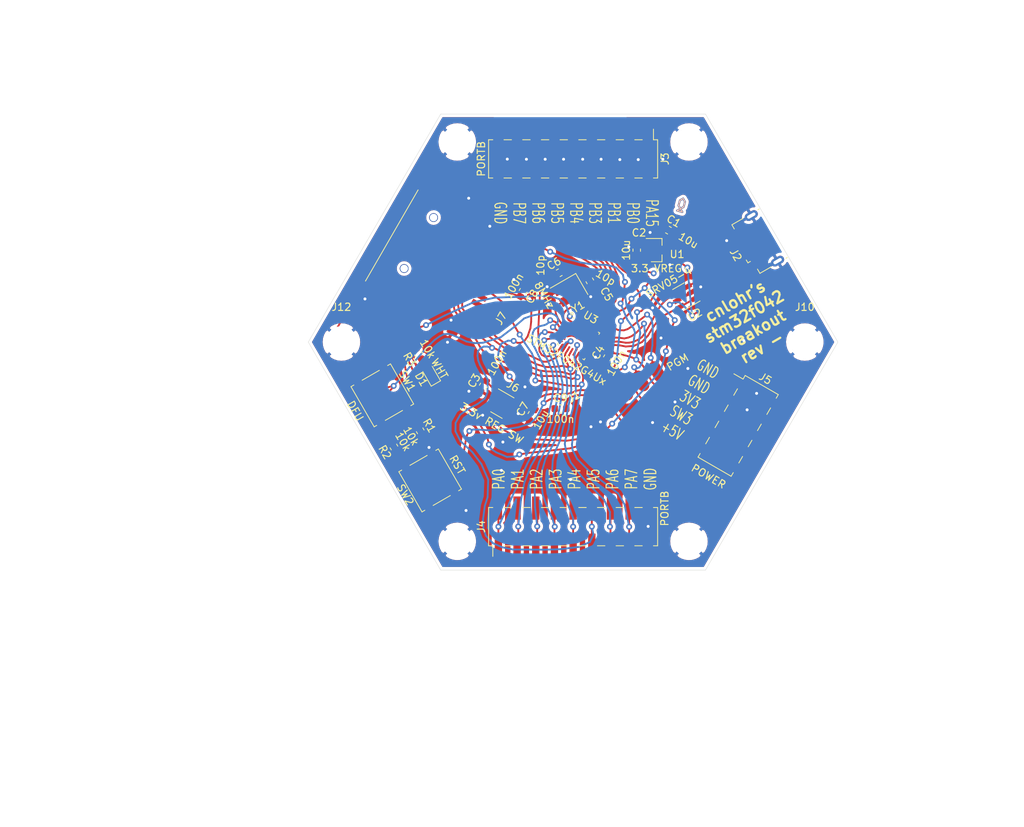
<source format=kicad_pcb>
(kicad_pcb (version 20171130) (host pcbnew 5.1.6-c6e7f7d~86~ubuntu18.04.1)
  (layers (0 F.Cu signal) (31 B.Cu signal) (34 B.Paste user) (35 F.Paste user) (36 B.SilkS user) (37 F.SilkS user) (38 B.Mask user) (39 F.Mask user) (44 Edge.Cuts user))
  (net 0 "")
  (net 1 GND)
  (net 2 +5V)
  (net 3 +3V3)
  (net 4 "Net-(C5-Pad2)")
  (net 5 "Net-(C7-Pad2)")
  (net 6 ~RST~)
  (net 7 SWD)
  (net 8 SWC)
  (net 9 D-)
  (net 10 "Net-(J2-Pad4)")
  (net 11 D+)
  (net 12 PA15)
  (net 13 PB1)
  (net 14 PB3)
  (net 15 PB4)
  (net 16 PB5)
  (net 17 PB6)
  (net 18 PB7)
  (net 19 SPIMOSI)
  (net 20 SPIMISO)
  (net 21 SPISCK)
  (net 22 SPINSS)
  (net 23 SPID2)
  (net 24 SPID1)
  (net 25 PA1)
  (net 26 PA0)
  (net 27 "Net-(J6-Pad4)")
  (net 28 BOOT0)
  (net 29 "Net-(U3-Pad3)")
  (net 30 "Net-(D1-Pad2)")
  (net 31 CARD_DET)
  (module Connector_PinHeader_2.54mm:PinHeader_2x09_P2.54mm_Vertical_SMD (layer F.Cu) (at 168 97 90)
    (fp_text reference J4 (at 0 -12.49 90) (layer F.SilkS))
    (fp_text value PORTB (at 2.4668 12.4512 90) (layer F.SilkS))
    (pad 18 smd rect (at 2.525 10.16 90) (size 3.15 1) (layers F.Cu F.Paste F.Mask) (net 1 GND))
    (pad 17 smd rect (at -2.525 10.16 90) (size 3.15 1) (layers F.Cu F.Paste F.Mask) (net 1 GND))
    (pad 16 smd rect (at 2.525 7.62 90) (size 3.15 1) (layers F.Cu F.Paste F.Mask) (net 19 SPIMOSI))
    (pad 15 smd rect (at -2.525 7.62 90) (size 3.15 1) (layers F.Cu F.Paste F.Mask) (net 19 SPIMOSI))
    (pad 14 smd rect (at 2.525 5.08 90) (size 3.15 1) (layers F.Cu F.Paste F.Mask) (net 20 SPIMISO))
    (pad 13 smd rect (at -2.525 5.08 90) (size 3.15 1) (layers F.Cu F.Paste F.Mask) (net 20 SPIMISO))
    (pad 12 smd rect (at 2.525 2.54 90) (size 3.15 1) (layers F.Cu F.Paste F.Mask) (net 21 SPISCK))
    (pad 11 smd rect (at -2.525 2.54 90) (size 3.15 1) (layers F.Cu F.Paste F.Mask) (net 21 SPISCK))
    (pad 10 smd rect (at 2.525 0 90) (size 3.15 1) (layers F.Cu F.Paste F.Mask) (net 22 SPINSS))
    (pad 9 smd rect (at -2.525 0 90) (size 3.15 1) (layers F.Cu F.Paste F.Mask) (net 22 SPINSS))
    (pad 8 smd rect (at 2.525 -2.54 90) (size 3.15 1) (layers F.Cu F.Paste F.Mask) (net 23 SPID2))
    (pad 7 smd rect (at -2.525 -2.54 90) (size 3.15 1) (layers F.Cu F.Paste F.Mask) (net 23 SPID2))
    (pad 6 smd rect (at 2.525 -5.08 90) (size 3.15 1) (layers F.Cu F.Paste F.Mask) (net 24 SPID1))
    (pad 5 smd rect (at -2.525 -5.08 90) (size 3.15 1) (layers F.Cu F.Paste F.Mask) (net 24 SPID1))
    (pad 4 smd rect (at 2.525 -7.62 90) (size 3.15 1) (layers F.Cu F.Paste F.Mask) (net 25 PA1))
    (pad 3 smd rect (at -2.525 -7.62 90) (size 3.15 1) (layers F.Cu F.Paste F.Mask) (net 25 PA1))
    (pad 2 smd rect (at 2.525 -10.16 90) (size 3.15 1) (layers F.Cu F.Paste F.Mask) (net 26 PA0))
    (pad 1 smd rect (at -2.525 -10.16 90) (size 3.15 1) (layers F.Cu F.Paste F.Mask) (net 26 PA0))
  )
  (module Capacitor_SMD:C_0603_1608Metric (layer F.Cu) (at 180.95976 56.6928 330)
    (fp_text reference C1 (at 0 -1.43 150) (layer F.SilkS))
    (fp_text value 10u (at 3.055264 -0.136118 150) (layer F.SilkS))
    (pad 1 smd roundrect (at -0.7875 0 330) (size 0.875 0.95) (layers F.Cu F.Paste F.Mask) (net 1 GND))
    (pad 2 smd roundrect (at 0.7875 0 330) (size 0.875 0.95) (layers F.Cu F.Paste F.Mask) (net 2 +5V))
  )
  (module Capacitor_SMD:C_0603_1608Metric (layer F.Cu) (at 176.64684 59.4106 270)
    (fp_text reference C2 (at -2.36718 -0.30734 180) (layer F.SilkS))
    (fp_text value 10u (at 0 1.43 90) (layer F.SilkS))
    (pad 2 smd roundrect (at 0.7875 0 270) (size 0.875 0.95) (layers F.Cu F.Paste F.Mask) (net 3 +3V3))
    (pad 1 smd roundrect (at -0.7875 0 270) (size 0.875 0.95) (layers F.Cu F.Paste F.Mask) (net 1 GND))
  )
  (module Capacitor_SMD:C_0603_1608Metric (layer F.Cu) (at 155.782578 77.887542 60)
    (fp_text reference C3 (at 0 -1.43 60) (layer F.SilkS))
    (fp_text value 100n (at 3.711105 0.016168 60) (layer F.SilkS))
    (pad 2 smd roundrect (at 0.7875 0 60) (size 0.875 0.95) (layers F.Cu F.Paste F.Mask) (net 2 +5V))
    (pad 1 smd roundrect (at -0.7875 0 60) (size 0.875 0.95) (layers F.Cu F.Paste F.Mask) (net 1 GND))
  )
  (module Capacitor_SMD:C_0603_1608Metric (layer F.Cu) (at 172.65645 74.037195 60)
    (fp_text reference C4 (at 0 -1.43 60) (layer F.SilkS))
    (fp_text value 100n (at 0 1.43 60) (layer F.SilkS))
    (pad 1 smd roundrect (at -0.7875 0 60) (size 0.875 0.95) (layers F.Cu F.Paste F.Mask) (net 1 GND))
    (pad 2 smd roundrect (at 0.7875 0 60) (size 0.875 0.95) (layers F.Cu F.Paste F.Mask) (net 3 +3V3))
  )
  (module Capacitor_SMD:C_0603_1608Metric (layer F.Cu) (at 170.26895 63.585095 120)
    (fp_text reference C5 (at -2.690712 1.07144 120) (layer F.SilkS))
    (fp_text value 10p (at -0.686823 2.096403 150) (layer F.SilkS))
    (pad 2 smd roundrect (at 0.7875 0 120) (size 0.875 0.95) (layers F.Cu F.Paste F.Mask) (net 4 "Net-(C5-Pad2)"))
    (pad 1 smd roundrect (at -0.7875 0 120) (size 0.875 0.95) (layers F.Cu F.Paste F.Mask) (net 1 GND))
  )
  (module Capacitor_SMD:C_0603_1608Metric (layer F.Cu) (at 166.116 62.484 30)
    (fp_text reference C6 (at 0 -1.43 30) (layer F.SilkS))
    (fp_text value 10p (at -1.691705 -2.149882 90) (layer F.SilkS))
    (pad 1 smd roundrect (at -0.7875 0 30) (size 0.875 0.95) (layers F.Cu F.Paste F.Mask) (net 1 GND))
    (pad 2 smd roundrect (at 0.7875 0 30) (size 0.875 0.95) (layers F.Cu F.Paste F.Mask) (net 4 "Net-(C5-Pad2)"))
  )
  (module Capacitor_SMD:C_0603_1608Metric (layer F.Cu) (at 162.392186 81.741119 60)
    (fp_text reference C7 (at 0 -1.43 60) (layer F.SilkS))
    (fp_text value 10u (at 0 1.43 60) (layer F.SilkS))
    (pad 1 smd roundrect (at -0.7875 0 60) (size 0.875 0.95) (layers F.Cu F.Paste F.Mask) (net 1 GND))
    (pad 2 smd roundrect (at 0.7875 0 60) (size 0.875 0.95) (layers F.Cu F.Paste F.Mask) (net 5 "Net-(C7-Pad2)"))
  )
  (module Capacitor_SMD:C_0603_1608Metric (layer F.Cu) (at 161.18835 65.007495 240)
    (fp_text reference C8 (at 0 -1.43 60) (layer F.SilkS))
    (fp_text value 100n (at 0 1.43 60) (layer F.SilkS))
    (pad 2 smd roundrect (at 0.7875 0 240) (size 0.875 0.95) (layers F.Cu F.Paste F.Mask) (net 5 "Net-(C7-Pad2)"))
    (pad 1 smd roundrect (at -0.7875 0 240) (size 0.875 0.95) (layers F.Cu F.Paste F.Mask) (net 1 GND))
  )
  (module POGO-5:POGO-5 (layer F.Cu) (at 175.006 78.4606 30)
    (fp_text reference J1 (at -6.394701 -2.665453 30) (layer F.SilkS))
    (fp_text value PGM (at 8.152161 0.307243 30) (layer F.SilkS))
    (pad 1 smd roundrect (at -5.08 0 30) (size 1.6 3) (layers F.Cu F.Paste F.Mask) (roundrect_rratio 0.1) (net 1 GND))
    (pad 2 smd oval (at -2.54 0 30) (size 1.6 3) (layers F.Cu F.Paste F.Mask) (net 2 +5V))
    (pad 3 smd oval (at 0 0 30) (size 1.6 3) (layers F.Cu F.Paste F.Mask) (net 6 ~RST~))
    (pad 4 smd oval (at 2.54 0 30) (size 1.6 3) (layers F.Cu F.Paste F.Mask) (net 7 SWD))
    (pad 5 smd oval (at 5.08 0 30) (size 1.6 3) (layers F.Cu F.Paste F.Mask) (net 8 SWC))
  )
  (module Connector_USB:USB_Micro-B_GCT_USB3076-30-A (layer F.Cu) (at 192.96967 58.406779 120)
    (fp_text reference J2 (at 0 -3.3 120) (layer F.SilkS))
    (fp_text value USB_B_Micro)
    (pad 6 smd rect (at 1.125 1.2 120) (size 1.75 1.9) (layers F.Cu F.Paste F.Mask) (net 1 GND))
    (pad 2 smd rect (at -0.65 -1.45 120) (size 0.4 1.4) (layers F.Cu F.Paste F.Mask) (net 9 D-))
    (pad 1 smd rect (at -1.3 -1.45 120) (size 0.4 1.4) (layers F.Cu F.Paste F.Mask) (net 2 +5V))
    (pad 5 smd rect (at 1.3 -1.45 120) (size 0.4 1.4) (layers F.Cu F.Paste F.Mask) (net 1 GND))
    (pad 4 smd rect (at 0.65 -1.45 120) (size 0.4 1.4) (layers F.Cu F.Paste F.Mask) (net 10 "Net-(J2-Pad4)"))
    (pad 3 smd rect (at 0 -1.45 120) (size 0.4 1.4) (layers F.Cu F.Paste F.Mask) (net 11 D+))
    (pad 6 smd rect (at -1.125 1.2 120) (size 1.75 1.9) (layers F.Cu F.Paste F.Mask) (net 1 GND))
    (pad 6 thru_hole oval (at -3.575 1.2 300) (size 1.05 1.9) (drill oval 0.45 1.25) (layers *.Cu *.Mask) (net 1 GND))
    (pad 6 thru_hole oval (at 3.575 1.2 120) (size 1.05 1.9) (drill oval 0.45 1.25) (layers *.Cu *.Mask) (net 1 GND))
    (pad 6 smd rect (at 2.32 -1.03 120) (size 1.15 1.45) (layers F.Cu F.Paste F.Mask) (net 1 GND))
    (pad 6 smd rect (at -2.32 -1.03 120) (size 1.15 1.45) (layers F.Cu F.Paste F.Mask) (net 1 GND))
  )
  (module Connector_PinHeader_2.54mm:PinHeader_2x09_P2.54mm_Vertical_SMD (layer F.Cu) (at 168 47 270)
    (fp_text reference J3 (at 0 -12.49 90) (layer F.SilkS))
    (fp_text value PORTB (at 0 12.49 90) (layer F.SilkS))
    (pad 1 smd rect (at -2.525 -10.16 270) (size 3.15 1) (layers F.Cu F.Paste F.Mask) (net 12 PA15))
    (pad 2 smd rect (at 2.525 -10.16 270) (size 3.15 1) (layers F.Cu F.Paste F.Mask) (net 12 PA15))
    (pad 3 smd rect (at -2.525 -7.62 270) (size 3.15 1) (layers F.Cu F.Paste F.Mask) (net 31 CARD_DET))
    (pad 4 smd rect (at 2.525 -7.62 270) (size 3.15 1) (layers F.Cu F.Paste F.Mask) (net 31 CARD_DET))
    (pad 5 smd rect (at -2.525 -5.08 270) (size 3.15 1) (layers F.Cu F.Paste F.Mask) (net 13 PB1))
    (pad 6 smd rect (at 2.525 -5.08 270) (size 3.15 1) (layers F.Cu F.Paste F.Mask) (net 13 PB1))
    (pad 7 smd rect (at -2.525 -2.54 270) (size 3.15 1) (layers F.Cu F.Paste F.Mask) (net 14 PB3))
    (pad 8 smd rect (at 2.525 -2.54 270) (size 3.15 1) (layers F.Cu F.Paste F.Mask) (net 14 PB3))
    (pad 9 smd rect (at -2.525 0 270) (size 3.15 1) (layers F.Cu F.Paste F.Mask) (net 15 PB4))
    (pad 10 smd rect (at 2.525 0 270) (size 3.15 1) (layers F.Cu F.Paste F.Mask) (net 15 PB4))
    (pad 11 smd rect (at -2.525 2.54 270) (size 3.15 1) (layers F.Cu F.Paste F.Mask) (net 16 PB5))
    (pad 12 smd rect (at 2.525 2.54 270) (size 3.15 1) (layers F.Cu F.Paste F.Mask) (net 16 PB5))
    (pad 13 smd rect (at -2.525 5.08 270) (size 3.15 1) (layers F.Cu F.Paste F.Mask) (net 17 PB6))
    (pad 14 smd rect (at 2.525 5.08 270) (size 3.15 1) (layers F.Cu F.Paste F.Mask) (net 17 PB6))
    (pad 15 smd rect (at -2.525 7.62 270) (size 3.15 1) (layers F.Cu F.Paste F.Mask) (net 18 PB7))
    (pad 16 smd rect (at 2.525 7.62 270) (size 3.15 1) (layers F.Cu F.Paste F.Mask) (net 18 PB7))
    (pad 17 smd rect (at -2.525 10.16 270) (size 3.15 1) (layers F.Cu F.Paste F.Mask) (net 1 GND))
    (pad 18 smd rect (at 2.525 10.16 270) (size 3.15 1) (layers F.Cu F.Paste F.Mask) (net 1 GND))
  )
  (module Connector_PinHeader_2.54mm:PinHeader_2x05_P2.54mm_Vertical_SMD (layer F.Cu) (at 190.4365 83.2993 330)
    (fp_text reference J5 (at 0 -7.41 150) (layer F.SilkS))
    (fp_text value POWER (at -0.051182 7.963151 150) (layer F.SilkS))
    (pad 1 smd rect (at -2.525 -5.08 330) (size 3.15 1) (layers F.Cu F.Paste F.Mask) (net 1 GND))
    (pad 2 smd rect (at 2.525 -5.08 330) (size 3.15 1) (layers F.Cu F.Paste F.Mask) (net 1 GND))
    (pad 3 smd rect (at -2.525 -2.54 330) (size 3.15 1) (layers F.Cu F.Paste F.Mask) (net 1 GND))
    (pad 4 smd rect (at 2.525 -2.54 330) (size 3.15 1) (layers F.Cu F.Paste F.Mask) (net 1 GND))
    (pad 5 smd rect (at -2.525 0 330) (size 3.15 1) (layers F.Cu F.Paste F.Mask) (net 3 +3V3))
    (pad 6 smd rect (at 2.525 0 330) (size 3.15 1) (layers F.Cu F.Paste F.Mask) (net 3 +3V3))
    (pad 7 smd rect (at -2.525 2.54 330) (size 3.15 1) (layers F.Cu F.Paste F.Mask) (net 5 "Net-(C7-Pad2)"))
    (pad 8 smd rect (at 2.525 2.54 330) (size 3.15 1) (layers F.Cu F.Paste F.Mask) (net 5 "Net-(C7-Pad2)"))
    (pad 9 smd rect (at -2.525 5.08 330) (size 3.15 1) (layers F.Cu F.Paste F.Mask) (net 2 +5V))
    (pad 10 smd rect (at 2.525 5.08 330) (size 3.15 1) (layers F.Cu F.Paste F.Mask) (net 2 +5V))
  )
  (module Package_TO_SOT_SMD:SOT-23-5 (layer F.Cu) (at 158.378744 80.436043 330)
    (fp_text reference J6 (at 0 -2.9 150) (layer F.SilkS))
    (fp_text value "3.3v REG SW" (at 0 2.9 150) (layer F.SilkS))
    (pad 1 smd rect (at -1.1 -0.95 330) (size 1.06 0.65) (layers F.Cu F.Paste F.Mask) (net 2 +5V))
    (pad 2 smd rect (at -1.1 0 330) (size 1.06 0.65) (layers F.Cu F.Paste F.Mask) (net 1 GND))
    (pad 3 smd rect (at -1.1 0.95 330) (size 1.06 0.65) (layers F.Cu F.Paste F.Mask) (net 12 PA15))
    (pad 4 smd rect (at 1.1 0.95 330) (size 1.06 0.65) (layers F.Cu F.Paste F.Mask) (net 27 "Net-(J6-Pad4)"))
    (pad 5 smd rect (at 1.1 -0.95 330) (size 1.06 0.65) (layers F.Cu F.Paste F.Mask) (net 5 "Net-(C7-Pad2)"))
  )
  (module MicroSD-HYC77-TF09-200:MicroSD-HYC77-TF09-200 (layer F.Cu) (at 150.1267 53.0733 240)
    (fp_text reference J7 (at 9.5 -14.8 60) (layer F.SilkS))
    (fp_text value Micro_SD_Card_Det)
    (pad 1 smd roundrect (at 9.4 -11 240) (size 0.7 1.6) (layers F.Cu F.Paste F.Mask) (roundrect_rratio 0.1) (net 23 SPID2))
    (pad 2 smd roundrect (at 8.3 -11 240) (size 0.7 1.6) (layers F.Cu F.Paste F.Mask) (roundrect_rratio 0.1) (net 22 SPINSS))
    (pad 3 smd roundrect (at 7.2 -11 240) (size 0.7 1.6) (layers F.Cu F.Paste F.Mask) (roundrect_rratio 0.1) (net 19 SPIMOSI))
    (pad 4 smd roundrect (at 6.1 -11 240) (size 0.7 1.6) (layers F.Cu F.Paste F.Mask) (roundrect_rratio 0.1) (net 5 "Net-(C7-Pad2)"))
    (pad 5 smd roundrect (at 5 -11 240) (size 0.7 1.6) (layers F.Cu F.Paste F.Mask) (roundrect_rratio 0.1) (net 21 SPISCK))
    (pad 6 smd roundrect (at 3.9 -11 240) (size 0.7 1.6) (layers F.Cu F.Paste F.Mask) (roundrect_rratio 0.1) (net 1 GND))
    (pad 7 smd roundrect (at 2.8 -11 240) (size 0.7 1.6) (layers F.Cu F.Paste F.Mask) (roundrect_rratio 0.1) (net 20 SPIMISO))
    (pad 8 smd roundrect (at 1.7 -11 240) (size 0.7 1.6) (layers F.Cu F.Paste F.Mask) (roundrect_rratio 0.1) (net 24 SPID1))
    (pad 9 smd roundrect (at 0.6 -11 240) (size 0.7 1.6) (layers F.Cu F.Paste F.Mask) (roundrect_rratio 0.1) (net 31 CARD_DET))
    (pad ~ thru_hole circle (at 2.2 0 240) (size 1.2 1.2) (drill 1) (layers *.Cu *.Mask))
    (pad ~ thru_hole circle (at 10.2 0 240) (size 1.2 1.2) (drill 1) (layers *.Cu *.Mask))
    (pad 11 smd roundrect (at -0.6 -0.4 240) (size 1.2 2.2) (layers F.Cu F.Paste F.Mask) (roundrect_rratio 0.1) (net 1 GND))
    (pad 11 smd roundrect (at -0.6 -10 240) (size 1.2 1.5) (layers F.Cu F.Paste F.Mask) (roundrect_rratio 0.1) (net 1 GND))
    (pad 11 smd roundrect (at 14 -10 240) (size 1.6 1.5) (layers F.Cu F.Paste F.Mask) (roundrect_rratio 0.1) (net 1 GND))
    (pad 11 smd roundrect (at 14.9 -0.4 240) (size 1.2 2.2) (layers F.Cu F.Paste F.Mask) (roundrect_rratio 0.1) (net 1 GND))
  )
  (module Resistor_SMD:R_0603_1608Metric (layer F.Cu) (at 147.21 83.97 300)
    (fp_text reference R1 (at 0 -1.43 120) (layer F.SilkS))
    (fp_text value 10k (at 0 1.43 120) (layer F.SilkS))
    (pad 1 smd roundrect (at -0.7875 0 300) (size 0.875 0.95) (layers F.Cu F.Paste F.Mask) (net 28 BOOT0))
    (pad 2 smd roundrect (at 0.7875 0 300) (size 0.875 0.95) (layers F.Cu F.Paste F.Mask) (net 1 GND))
  )
  (module Resistor_SMD:R_0603_1608Metric (layer F.Cu) (at 143.64 86.17 120)
    (fp_text reference R2 (at 0 -1.43 120) (layer F.SilkS))
    (fp_text value 10k (at 0 1.43 120) (layer F.SilkS))
    (pad 2 smd roundrect (at 0.7875 0 120) (size 0.875 0.95) (layers F.Cu F.Paste F.Mask) (net 3 +3V3))
    (pad 1 smd roundrect (at -0.7875 0 120) (size 0.875 0.95) (layers F.Cu F.Paste F.Mask) (net 6 ~RST~))
  )
  (module Button_Switch_SMD:SW_SPST_EVPBF (layer F.Cu) (at 142.06 79.15 300)
    (fp_text reference SW1 (at 0 -3.9 120) (layer F.SilkS))
    (fp_text value DFU (at 0 4.25 120) (layer F.SilkS))
    (pad 1 smd rect (at 2.88 -2 300) (size 2.75 1) (layers F.Cu F.Paste F.Mask) (net 28 BOOT0))
    (pad 1 smd rect (at -2.88 -2 300) (size 2.75 1) (layers F.Cu F.Paste F.Mask) (net 28 BOOT0))
    (pad 2 smd rect (at -2.88 2 300) (size 2.75 1) (layers F.Cu F.Paste F.Mask) (net 3 +3V3))
    (pad 2 smd rect (at 2.88 2 300) (size 2.75 1) (layers F.Cu F.Paste F.Mask) (net 3 +3V3))
  )
  (module Button_Switch_SMD:SW_SPST_EVPBF (layer F.Cu) (at 148.562051 90.715847 120)
    (fp_text reference SW2 (at 0 -3.9 120) (layer F.SilkS))
    (fp_text value RST (at 0 4.25 120) (layer F.SilkS))
    (pad 2 smd rect (at 2.88 2 120) (size 2.75 1) (layers F.Cu F.Paste F.Mask) (net 1 GND))
    (pad 2 smd rect (at -2.88 2 120) (size 2.75 1) (layers F.Cu F.Paste F.Mask) (net 1 GND))
    (pad 1 smd rect (at -2.88 -2 120) (size 2.75 1) (layers F.Cu F.Paste F.Mask) (net 6 ~RST~))
    (pad 1 smd rect (at 2.88 -2 120) (size 2.75 1) (layers F.Cu F.Paste F.Mask) (net 6 ~RST~))
  )
  (module Package_TO_SOT_SMD:SOT-23 (layer F.Cu) (at 179.3273 59.40298)
    (fp_text reference U1 (at 2.81102 0.56642) (layer F.SilkS))
    (fp_text value "3.3 VREG" (at 0 2.5) (layer F.SilkS))
    (pad 1 smd rect (at -1 -0.95) (size 0.9 0.8) (layers F.Cu F.Paste F.Mask) (net 1 GND))
    (pad 2 smd rect (at -1 0.95) (size 0.9 0.8) (layers F.Cu F.Paste F.Mask) (net 3 +3V3))
    (pad 3 smd rect (at 1 0) (size 0.9 0.8) (layers F.Cu F.Paste F.Mask) (net 2 +5V))
  )
  (module Package_TO_SOT_SMD:SOT-23-6 (layer F.Cu) (at 183.113828 65.703124 210)
    (fp_text reference U2 (at 0 -2.9 30) (layer F.SilkS))
    (fp_text value SRV05-4 (at 0.850823 2.712548 30) (layer F.SilkS))
    (pad 1 smd rect (at -1.1 -0.95 210) (size 1.06 0.65) (layers F.Cu F.Paste F.Mask) (net 9 D-))
    (pad 2 smd rect (at -1.1 0 210) (size 1.06 0.65) (layers F.Cu F.Paste F.Mask) (net 1 GND))
    (pad 3 smd rect (at -1.1 0.95 210) (size 1.06 0.65) (layers F.Cu F.Paste F.Mask) (net 11 D+))
    (pad 4 smd rect (at 1.1 0.95 210) (size 1.06 0.65) (layers F.Cu F.Paste F.Mask) (net 11 D+))
    (pad 6 smd rect (at 1.1 -0.95 210) (size 1.06 0.65) (layers F.Cu F.Paste F.Mask) (net 9 D-))
    (pad 5 smd rect (at 1.1 0 210) (size 1.06 0.65) (layers F.Cu F.Paste F.Mask) (net 2 +5V))
  )
  (module Package_DFN_QFN:QFN-28_4x4mm_P0.5mm (layer F.Cu) (at 168.7322 71.4375 330)
    (fp_text reference U3 (at 0 -3.32 150) (layer F.SilkS))
    (fp_text value STM32F042G4Ux (at 0 3.32 150) (layer F.SilkS))
    (pad 1 smd custom (at -1.9975 -1.5 330) (size 0.136863 0.136863) (layers F.Cu F.Paste F.Mask) (net 28 BOOT0) (options (clearance outline) (anchor circle)) (primitives (gr_poly (pts (xy -0.3325 -0.08) (xy 0.19886 -0.08) (xy 0.3325 0.05364) (xy 0.3325 0.08) (xy -0.3325 0.08)) (width 0.09))))
    (pad 2 smd roundrect (at -1.9375 -1 330) (size 0.875 0.25) (layers F.Cu F.Paste F.Mask) (net 4 "Net-(C5-Pad2)"))
    (pad 3 smd roundrect (at -1.9375 -0.5 330) (size 0.875 0.25) (layers F.Cu F.Paste F.Mask) (net 29 "Net-(U3-Pad3)"))
    (pad 4 smd roundrect (at -1.9375 0 330) (size 0.875 0.25) (layers F.Cu F.Paste F.Mask) (net 6 ~RST~))
    (pad 5 smd roundrect (at -1.9375 0.5 330) (size 0.875 0.25) (layers F.Cu F.Paste F.Mask) (net 3 +3V3))
    (pad 6 smd roundrect (at -1.9375 1 330) (size 0.875 0.25) (layers F.Cu F.Paste F.Mask) (net 26 PA0))
    (pad 7 smd custom (at -1.9975 1.5 330) (size 0.136863 0.136863) (layers F.Cu F.Paste F.Mask) (net 25 PA1) (options (clearance outline) (anchor circle)) (primitives (gr_poly (pts (xy -0.3325 -0.08) (xy 0.3325 -0.08) (xy 0.3325 -0.05364) (xy 0.19886 0.08) (xy -0.3325 0.08)) (width 0.09))))
    (pad 8 smd custom (at -1.5 1.9975 330) (size 0.136863 0.136863) (layers F.Cu F.Paste F.Mask) (net 24 SPID1) (options (clearance outline) (anchor circle)) (primitives (gr_poly (pts (xy -0.08 -0.19886) (xy 0.05364 -0.3325) (xy 0.08 -0.3325) (xy 0.08 0.3325) (xy -0.08 0.3325)) (width 0.09))))
    (pad 9 smd roundrect (at -1 1.9375 330) (size 0.25 0.875) (layers F.Cu F.Paste F.Mask) (net 23 SPID2))
    (pad 10 smd roundrect (at -0.5 1.9375 330) (size 0.25 0.875) (layers F.Cu F.Paste F.Mask) (net 22 SPINSS))
    (pad 11 smd roundrect (at 0 1.9375 330) (size 0.25 0.875) (layers F.Cu F.Paste F.Mask) (net 21 SPISCK))
    (pad 12 smd roundrect (at 0.5 1.9375 330) (size 0.25 0.875) (layers F.Cu F.Paste F.Mask) (net 20 SPIMISO))
    (pad 13 smd roundrect (at 1 1.9375 330) (size 0.25 0.875) (layers F.Cu F.Paste F.Mask) (net 19 SPIMOSI))
    (pad 14 smd custom (at 1.5 1.9975 330) (size 0.136863 0.136863) (layers F.Cu F.Paste F.Mask) (net 31 CARD_DET) (options (clearance outline) (anchor circle)) (primitives (gr_poly (pts (xy -0.08 -0.3325) (xy -0.05364 -0.3325) (xy 0.08 -0.19886) (xy 0.08 0.3325) (xy -0.08 0.3325)) (width 0.09))))
    (pad 15 smd custom (at 1.9975 1.5 330) (size 0.136863 0.136863) (layers F.Cu F.Paste F.Mask) (net 13 PB1) (options (clearance outline) (anchor circle)) (primitives (gr_poly (pts (xy -0.3325 -0.08) (xy 0.3325 -0.08) (xy 0.3325 0.08) (xy -0.19886 0.08) (xy -0.3325 -0.05364)) (width 0.09))))
    (pad 16 smd roundrect (at 1.9375 1 330) (size 0.875 0.25) (layers F.Cu F.Paste F.Mask) (net 1 GND))
    (pad 17 smd roundrect (at 1.9375 0.5 330) (size 0.875 0.25) (layers F.Cu F.Paste F.Mask) (net 3 +3V3))
    (pad 18 smd roundrect (at 1.9375 0 330) (size 0.875 0.25) (layers F.Cu F.Paste F.Mask) (net 3 +3V3))
    (pad 19 smd roundrect (at 1.9375 -0.5 330) (size 0.875 0.25) (layers F.Cu F.Paste F.Mask) (net 9 D-))
    (pad 20 smd roundrect (at 1.9375 -1 330) (size 0.875 0.25) (layers F.Cu F.Paste F.Mask) (net 11 D+))
    (pad 21 smd custom (at 1.9975 -1.5 330) (size 0.136863 0.136863) (layers F.Cu F.Paste F.Mask) (net 7 SWD) (options (clearance outline) (anchor circle)) (primitives (gr_poly (pts (xy -0.3325 0.05364) (xy -0.19886 -0.08) (xy 0.3325 -0.08) (xy 0.3325 0.08) (xy -0.3325 0.08)) (width 0.09))))
    (pad 22 smd custom (at 1.5 -1.9975 330) (size 0.136863 0.136863) (layers F.Cu F.Paste F.Mask) (net 8 SWC) (options (clearance outline) (anchor circle)) (primitives (gr_poly (pts (xy -0.08 -0.3325) (xy 0.08 -0.3325) (xy 0.08 0.19886) (xy -0.05364 0.3325) (xy -0.08 0.3325)) (width 0.09))))
    (pad 23 smd roundrect (at 1 -1.9375 330) (size 0.25 0.875) (layers F.Cu F.Paste F.Mask) (net 12 PA15))
    (pad 24 smd roundrect (at 0.5 -1.9375 330) (size 0.25 0.875) (layers F.Cu F.Paste F.Mask) (net 14 PB3))
    (pad 25 smd roundrect (at 0 -1.9375 330) (size 0.25 0.875) (layers F.Cu F.Paste F.Mask) (net 15 PB4))
    (pad 26 smd roundrect (at -0.5 -1.9375 330) (size 0.25 0.875) (layers F.Cu F.Paste F.Mask) (net 16 PB5))
    (pad 27 smd roundrect (at -1 -1.9375 330) (size 0.25 0.875) (layers F.Cu F.Paste F.Mask) (net 17 PB6))
    (pad 28 smd custom (at -1.5 -1.9975 330) (size 0.136863 0.136863) (layers F.Cu F.Paste F.Mask) (net 18 PB7) (options (clearance outline) (anchor circle)) (primitives (gr_poly (pts (xy -0.08 -0.3325) (xy 0.08 -0.3325) (xy 0.08 0.3325) (xy 0.05364 0.3325) (xy -0.08 0.19886)) (width 0.09))))
  )
  (module Crystal:Crystal_SMD_3225-4Pin_3.2x2.5mm (layer F.Cu) (at 167.4495 65.0113 210)
    (fp_text reference Y1 (at 0 -2.45 30) (layer F.SilkS))
    (fp_text value 8MHz (at 3.174958 1.231811 120) (layer F.SilkS))
    (pad 1 smd rect (at -1.1 0.85 210) (size 1.4 1.2) (layers F.Cu F.Paste F.Mask) (net 4 "Net-(C5-Pad2)"))
    (pad 2 smd rect (at 1.1 0.85 210) (size 1.4 1.2) (layers F.Cu F.Paste F.Mask) (net 1 GND))
    (pad 3 smd rect (at 1.1 -0.85 210) (size 1.4 1.2) (layers F.Cu F.Paste F.Mask) (net 29 "Net-(U3-Pad3)"))
    (pad 4 smd rect (at -1.1 -0.85 210) (size 1.4 1.2) (layers F.Cu F.Paste F.Mask) (net 1 GND))
  )
  (module Diode_SMD:D_0603_1608Metric (layer F.Cu) (at 148.6 76.25 120)
    (fp_text reference D1 (at 0 -1.43 120) (layer F.SilkS))
    (fp_text value WHT (at 0 1.43 120) (layer F.SilkS))
    (pad 1 smd roundrect (at -0.7875 0 120) (size 0.875 0.95) (layers F.Cu F.Paste F.Mask) (net 1 GND))
    (pad 2 smd roundrect (at 0.7875 0 120) (size 0.875 0.95) (layers F.Cu F.Paste F.Mask) (net 30 "Net-(D1-Pad2)"))
  )
  (module Resistor_SMD:R_0603_1608Metric (layer F.Cu) (at 147 73.55 120)
    (fp_text reference R3 (at 0 -1.43 120) (layer F.SilkS))
    (fp_text value 10k (at 0 1.43 120) (layer F.SilkS))
    (pad 1 smd roundrect (at -0.7875 0 120) (size 0.875 0.95) (layers F.Cu F.Paste F.Mask) (net 30 "Net-(D1-Pad2)"))
    (pad 2 smd roundrect (at 0.7875 0 120) (size 0.875 0.95) (layers F.Cu F.Paste F.Mask) (net 28 BOOT0))
  )
  (module Capacitor_SMD:C_0603_1608Metric (layer F.Cu) (at 166.28364 80.95488)
    (fp_text reference C9 (at 0 -1.43) (layer F.SilkS))
    (fp_text value 100n (at 0 1.43) (layer F.SilkS))
    (pad 1 smd roundrect (at -0.7875 0) (size 0.875 0.95) (layers F.Cu F.Paste F.Mask) (net 1 GND))
    (pad 2 smd roundrect (at 0.7875 0) (size 0.875 0.95) (layers F.Cu F.Paste F.Mask) (net 6 ~RST~))
  )
  (module MountingHole:MountingHole_4.3mm_M4_DIN965 (layer F.Cu) (at 152.25 44.7)
    (fp_text reference J8 hide)
    (fp_text value MNT)
    (pad 1 np_thru_hole circle (at 0 0) (size 4.3 4.3) (drill 4.3) (layers *.Cu *.Mask) (net 1 GND))
  )
  (module MountingHole:MountingHole_4.3mm_M4_DIN965 (layer F.Cu) (at 183.75 44.7)
    (fp_text reference J9 hide)
    (fp_text value MNT)
    (pad 1 np_thru_hole circle (at 0 0) (size 4.3 4.3) (drill 4.3) (layers *.Cu *.Mask) (net 1 GND))
  )
  (module MountingHole:MountingHole_4.3mm_M4_DIN965 (layer F.Cu) (at 199.5 71.9)
    (fp_text reference J10 (at 0 -4.75) (layer F.SilkS))
    (fp_text value MNT)
    (pad 1 np_thru_hole circle (at 0 0) (size 4.3 4.3) (drill 4.3) (layers *.Cu *.Mask) (net 1 GND))
  )
  (module MountingHole:MountingHole_4.3mm_M4_DIN965 (layer F.Cu) (at 183.75 99)
    (fp_text reference J11 hide)
    (fp_text value MNT)
    (pad 1 np_thru_hole circle (at 0 0) (size 4.3 4.3) (drill 4.3) (layers *.Cu *.Mask) (net 1 GND))
  )
  (module MountingHole:MountingHole_4.3mm_M4_DIN965 (layer F.Cu) (at 136.5 71.9)
    (fp_text reference J12 (at 0 -4.75) (layer F.SilkS))
    (fp_text value MNT)
    (pad 1 np_thru_hole circle (at 0 0) (size 4.3 4.3) (drill 4.3) (layers *.Cu *.Mask) (net 1 GND))
  )
  (module MountingHole:MountingHole_4.3mm_M4_DIN965 (layer F.Cu) (at 152.25 99)
    (fp_text reference J13 hide)
    (fp_text value MNT)
    (pad 1 np_thru_hole circle (at 0 0) (size 4.3 4.3) (drill 4.3) (layers *.Cu *.Mask) (net 1 GND))
  )
  (gr_text "PA15\nPB0\nPB1\nPB3\nPB4\nPB5\nPB6\nPB7\nGND" (at 168.402 54.356 270) (layer F.SilkS) (effects (font (size 1.6 1))))
  (gr_text "cnlohr's\nstm32f042\nbreakout\nrev -" (at 191.85 69.5 30) (layer F.SilkS) (effects (font (size 1.5 1.5) (thickness 0.3))))
  (gr_text "GND\nGND\n3V3\nSW3\n+5V" (at 183.896 79.756 330) (layer F.SilkS) (effects (font (size 1.5 1))))
  (gr_text "PA0\nPA1\nPA2\nPA3\nPA4\nPA5\nPA6\nPA7\nGND" (at 168.2 90.54 90) (layer F.SilkS) (effects (font (size 1.6 1))))
  (gr_line (start 182.144295 54.035764) (end 182.838236 54.221705) (layer B.SilkS) (width 0.12))
  (gr_line (start 183.024177 53.527764) (end 182.144295 54.035764) (layer B.SilkS) (width 0.12))
  (gr_line (start 183.210118 52.833823) (end 183.024177 53.527764) (layer B.SilkS) (width 0.12))
  (gr_line (start 182.956118 52.393882) (end 183.210118 52.833823) (layer B.SilkS) (width 0.12))
  (gr_line (start 182.516177 52.647882) (end 182.956118 52.393882) (layer B.SilkS) (width 0.12))
  (gr_line (start 182.330236 53.341823) (end 182.516177 52.647882) (layer B.SilkS) (width 0.12))
  (gr_line (start 182.838236 54.221705) (end 182.330236 53.341823) (layer B.SilkS) (width 0.12))
  (gr_line (start 182.330236 53.341823) (end 182.838236 54.221705) (layer F.SilkS) (width 0.12))
  (gr_line (start 182.516177 52.647882) (end 182.330236 53.341823) (layer F.SilkS) (width 0.12))
  (gr_line (start 182.956118 52.393882) (end 182.516177 52.647882) (layer F.SilkS) (width 0.12))
  (gr_line (start 183.210118 52.833823) (end 182.956118 52.393882) (layer F.SilkS) (width 0.12))
  (gr_line (start 183.024177 53.527764) (end 183.210118 52.833823) (layer F.SilkS) (width 0.12))
  (gr_line (start 182.144295 54.035764) (end 183.024177 53.527764) (layer F.SilkS) (width 0.12))
  (gr_line (start 182.838236 54.221705) (end 182.144295 54.035764) (layer F.SilkS) (width 0.12))
  (gr_circle (center 167.83304 68.030908) (end 168.01084 68.018208) (layer F.SilkS) (width 0.12))
  (gr_line (start 203.9958 71.9076) (end 185.9958 40.9076) (layer Edge.Cuts) (width 0.05))
  (gr_line (start 149.9958 102.9076) (end 185.9958 102.9076) (layer Edge.Cuts) (width 0.05))
  (gr_line (start 185.9958 102.9076) (end 203.9958 71.9076) (layer Edge.Cuts) (width 0.05))
  (gr_line (start 131.9958 71.9076) (end 149.9958 102.9076) (layer Edge.Cuts) (width 0.05))
  (gr_line (start 149.9958 40.9076) (end 131.9958 71.9076) (layer Edge.Cuts) (width 0.05))
  (gr_line (start 185.9958 40.9076) (end 149.9958 40.9076) (layer Edge.Cuts) (width 0.05))
  (segment (start 182.956118 52.393882) (end 183.210118 52.833823) (width 0.25) (layer F.Cu) (net 0))
  (segment (start 183.210118 52.833823) (end 183.024177 53.527764) (width 0.25) (layer F.Cu) (net 0))
  (segment (start 183.024177 53.527764) (end 182.144295 54.035764) (width 0.25) (layer F.Cu) (net 0))
  (segment (start 182.144295 54.035764) (end 182.838236 54.221705) (width 0.25) (layer F.Cu) (net 0))
  (segment (start 182.838236 54.221705) (end 182.330236 53.341823) (width 0.25) (layer F.Cu) (net 0))
  (segment (start 182.330236 53.341823) (end 182.516177 52.647882) (width 0.25) (layer F.Cu) (net 0))
  (segment (start 182.516177 52.647882) (end 182.956118 52.393882) (width 0.25) (layer F.Cu) (net 0))
  (segment (start 182.838236 54.221705) (end 182.144295 54.035764) (width 0.25) (layer B.Cu) (net 0))
  (segment (start 182.144295 54.035764) (end 183.024177 53.527764) (width 0.25) (layer B.Cu) (net 0))
  (segment (start 183.024177 53.527764) (end 183.210118 52.833823) (width 0.25) (layer B.Cu) (net 0))
  (segment (start 183.210118 52.833823) (end 182.956118 52.393882) (width 0.25) (layer B.Cu) (net 0))
  (segment (start 182.956118 52.393882) (end 182.516177 52.647882) (width 0.25) (layer B.Cu) (net 0))
  (segment (start 182.516177 52.647882) (end 182.330236 53.341823) (width 0.25) (layer B.Cu) (net 0))
  (segment (start 182.330236 53.341823) (end 182.838236 54.221705) (width 0.25) (layer B.Cu) (net 0))
  (segment (start 159.63392 63.24092) (end 157.702979 61.950799) (width 0.25) (layer F.Cu) (net 1))
  (segment (start 151.786954 70.197656) (end 143.02311 66.177079) (width 0.25) (layer F.Cu) (net 1))
  (segment (start 166.071872 64.825178) (end 165.434005 62.87775) (width 0.25) (layer F.Cu) (net 1))
  (segment (start 168.827128 65.197422) (end 170.6627 64.26709) (width 0.25) (layer F.Cu) (net 1))
  (via (at 164.465 64.38392) (size 0.8) (drill 0.4) (layers F.Cu B.Cu) (net 1))
  (segment (start 166.071872 64.825178) (end 164.465 64.38392) (width 0.25) (layer F.Cu) (net 1))
  (via (at 159.927616 63.404424) (size 0.8) (drill 0.4) (layers F.Cu B.Cu) (net 1))
  (segment (start 164.465 64.38392) (end 159.927616 63.404424) (width 0.25) (layer B.Cu) (net 1))
  (segment (start 161.5821 64.3255) (end 159.927616 63.404424) (width 0.25) (layer F.Cu) (net 1))
  (segment (start 159.927616 63.404424) (end 159.63392 63.24092) (width 0.25) (layer F.Cu) (net 1))
  (via (at 170.39336 65.74028) (size 0.8) (drill 0.4) (layers F.Cu B.Cu) (net 1))
  (segment (start 164.465 64.38392) (end 170.39336 65.74028) (width 0.25) (layer B.Cu) (net 1))
  (segment (start 170.39336 65.74028) (end 168.827128 65.197422) (width 0.25) (layer F.Cu) (net 1))
  (via (at 153.4414 94.80296) (size 0.8) (drill 0.4) (layers F.Cu B.Cu) (net 1))
  (segment (start 152.333551 93.048453) (end 153.4414 94.80296) (width 0.25) (layer F.Cu) (net 1))
  (via (at 148.40712 86.233) (size 0.8) (drill 0.4) (layers F.Cu B.Cu) (net 1))
  (segment (start 149.453551 88.060147) (end 148.40712 86.233) (width 0.25) (layer F.Cu) (net 1))
  (segment (start 147.84075 85.009995) (end 148.40712 86.233) (width 0.25) (layer F.Cu) (net 1))
  (segment (start 155.388828 78.569537) (end 157.426116 79.886043) (width 0.25) (layer F.Cu) (net 1))
  (via (at 160.53308 81.6356) (size 0.8) (drill 0.4) (layers F.Cu B.Cu) (net 1))
  (segment (start 160.549529 81.619151) (end 160.53308 81.6356) (width 0.25) (layer F.Cu) (net 1))
  (segment (start 160.549529 81.619151) (end 161.998436 82.423114) (width 0.25) (layer F.Cu) (net 1))
  (via (at 153.83256 78.59268) (size 0.8) (drill 0.4) (layers F.Cu B.Cu) (net 1))
  (segment (start 155.388828 78.569537) (end 153.83256 78.59268) (width 0.25) (layer F.Cu) (net 1))
  (segment (start 135.631501 71.915001) (end 135.78332 70.23608) (width 0.25) (layer F.Cu) (net 1))
  (segment (start 135.78332 70.23608) (end 136.94156 68.19392) (width 0.25) (layer F.Cu) (net 1))
  (segment (start 136.94156 68.19392) (end 139.51204 66.11112) (width 0.25) (layer F.Cu) (net 1))
  (segment (start 139.51204 66.11112) (end 141.88948 65.6844) (width 0.25) (layer F.Cu) (net 1))
  (segment (start 141.88948 65.6844) (end 143.02311 66.177079) (width 0.25) (layer F.Cu) (net 1))
  (via (at 156.67228 56.1594) (size 0.8) (drill 0.4) (layers F.Cu B.Cu) (net 1))
  (segment (start 159.086954 57.553685) (end 156.67228 56.1594) (width 0.25) (layer F.Cu) (net 1))
  (segment (start 150.77311 52.753685) (end 156.67228 56.1594) (width 0.25) (layer F.Cu) (net 1))
  (segment (start 156.67228 56.1594) (end 157.92704 53.14188) (width 0.25) (layer F.Cu) (net 1))
  (segment (start 157.92704 53.14188) (end 158.2166 49.515) (width 0.25) (layer F.Cu) (net 1))
  (segment (start 156.67228 56.1594) (end 159.927616 63.404424) (width 0.25) (layer B.Cu) (net 1))
  (via (at 185.34888 64.40424) (size 0.8) (drill 0.4) (layers F.Cu B.Cu) (net 1))
  (segment (start 184.066456 65.153124) (end 185.34888 64.40424) (width 0.25) (layer F.Cu) (net 1))
  (segment (start 185.34888 64.40424) (end 195.7964 60.90282) (width 0.25) (layer B.Cu) (net 1))
  (segment (start 193.237664 60.930958) (end 194.5714 58.781058) (width 0.25) (layer F.Cu) (net 1))
  (segment (start 194.5714 58.781058) (end 193.4464 56.8325) (width 0.25) (layer F.Cu) (net 1))
  (segment (start 193.4464 56.8325) (end 190.917664 56.9126) (width 0.25) (layer F.Cu) (net 1))
  (segment (start 191.063933 58.005946) (end 190.917664 56.9126) (width 0.25) (layer F.Cu) (net 1))
  (segment (start 176.64684 58.6231) (end 178.3273 58.45298) (width 0.25) (layer F.Cu) (net 1))
  (segment (start 178.3273 58.45298) (end 180.166005 56.50225) (width 0.25) (layer F.Cu) (net 1))
  (segment (start 178.3273 58.45298) (end 178.46548 57.00268) (width 0.25) (layer F.Cu) (net 1))
  (via (at 178.46548 57.00268) (size 0.8) (drill 0.4) (layers F.Cu B.Cu) (net 1))
  (via (at 188.8744 58.1152) (size 0.8) (drill 0.4) (layers F.Cu B.Cu) (net 1))
  (segment (start 190.917664 56.9126) (end 188.8744 58.1152) (width 0.25) (layer F.Cu) (net 1))
  (segment (start 170.6627 64.26709) (end 170.39336 65.74028) (width 0.25) (layer F.Cu) (net 1))
  (segment (start 170.765954 73.790326) (end 171.043042 73.960278) (width 0.25) (layer F.Cu) (net 1))
  (segment (start 171.043042 73.960278) (end 172.2627 74.71919) (width 0.25) (layer F.Cu) (net 1))
  (via (at 171.043042 73.960278) (size 0.8) (drill 0.4) (layers F.Cu B.Cu) (net 1))
  (segment (start 170.91152 73.87844) (end 171.043042 73.960278) (width 0.25) (layer F.Cu) (net 1))
  (segment (start 170.765954 73.790326) (end 170.91152 73.87844) (width 0.25) (layer F.Cu) (net 1))
  (segment (start 169.910124 73.272275) (end 170.765954 73.790326) (width 0.25) (layer F.Cu) (net 1))
  (segment (start 148.40712 86.233) (end 153.83256 78.59268) (width 0.25) (layer B.Cu) (net 1))
  (segment (start 153.83256 78.59268) (end 150.92172 71.92772) (width 0.25) (layer B.Cu) (net 1))
  (via (at 150.92172 71.92772) (size 0.8) (drill 0.4) (layers F.Cu B.Cu) (net 1))
  (segment (start 151.786954 70.197656) (end 150.92172 71.92772) (width 0.25) (layer F.Cu) (net 1))
  (via (at 151.40432 68.92544) (size 0.8) (drill 0.4) (layers F.Cu B.Cu) (net 1))
  (segment (start 151.786954 70.197656) (end 151.40432 68.92544) (width 0.25) (layer F.Cu) (net 1))
  (via (at 171.71924 82.75828) (size 0.8) (drill 0.4) (layers F.Cu B.Cu) (net 1))
  (segment (start 170.606591 81.0006) (end 171.71924 82.75828) (width 0.25) (layer F.Cu) (net 1))
  (segment (start 163.68776 83.1088) (end 161.998436 82.423114) (width 0.25) (layer F.Cu) (net 1))
  (segment (start 164.85616 83.27644) (end 163.68776 83.1088) (width 0.25) (layer F.Cu) (net 1))
  (via (at 170.42892 83.41868) (size 0.8) (drill 0.4) (layers F.Cu B.Cu) (net 1))
  (segment (start 170.42892 83.41868) (end 171.71924 82.75828) (width 0.25) (layer B.Cu) (net 1))
  (segment (start 165.49614 80.95488) (end 165.52164 81.77784) (width 0.25) (layer F.Cu) (net 1))
  (segment (start 165.52164 81.77784) (end 166.10584 82.50936) (width 0.25) (layer F.Cu) (net 1))
  (segment (start 166.10584 82.50936) (end 166.9034 82.84464) (width 0.25) (layer F.Cu) (net 1))
  (segment (start 166.9034 82.84464) (end 168.427105 83.367585) (width 0.25) (layer F.Cu) (net 1))
  (segment (start 170.42892 83.41868) (end 168.427105 83.367585) (width 0.25) (layer F.Cu) (net 1))
  (segment (start 168.427105 83.367585) (end 164.85616 83.27644) (width 0.25) (layer F.Cu) (net 1))
  (segment (start 178.3588 96.94672) (end 178.3588 99.4918) (width 0.25) (layer F.Cu) (net 1))
  (segment (start 178.3588 94.4418) (end 178.3588 96.94672) (width 0.25) (layer F.Cu) (net 1))
  (segment (start 171.71924 82.75828) (end 170.65244 79.48676) (width 0.25) (layer B.Cu) (net 1))
  (segment (start 170.65244 79.48676) (end 171.043042 73.960278) (width 0.25) (layer B.Cu) (net 1))
  (segment (start 170.39336 65.74028) (end 171.043042 73.960278) (width 0.25) (layer B.Cu) (net 1))
  (via (at 175.56988 58.95848) (size 0.8) (drill 0.4) (layers F.Cu B.Cu) (net 1))
  (segment (start 176.64684 58.6231) (end 175.56988 58.95848) (width 0.25) (layer F.Cu) (net 1))
  (segment (start 175.56988 58.95848) (end 176.25568 63.40348) (width 0.25) (layer B.Cu) (net 1))
  (segment (start 176.25568 63.40348) (end 175.52924 64.91224) (width 0.25) (layer B.Cu) (net 1))
  (segment (start 173.33468 65.29324) (end 170.39336 65.74028) (width 0.25) (layer B.Cu) (net 1))
  (segment (start 174.992503 65.005423) (end 175.29048 67.16776) (width 0.25) (layer B.Cu) (net 1))
  (segment (start 174.992503 65.005423) (end 173.33468 65.29324) (width 0.25) (layer B.Cu) (net 1))
  (segment (start 175.52924 64.91224) (end 174.992503 65.005423) (width 0.25) (layer B.Cu) (net 1))
  (segment (start 175.29048 67.16776) (end 176.27092 66.98488) (width 0.25) (layer B.Cu) (net 1))
  (segment (start 176.27092 66.98488) (end 178.41976 66.96456) (width 0.25) (layer B.Cu) (net 1))
  (segment (start 180.81752 70.07352) (end 183.37276 70.58152) (width 0.25) (layer B.Cu) (net 1))
  (segment (start 183.37276 70.58152) (end 185.72988 69.15912) (width 0.25) (layer B.Cu) (net 1))
  (segment (start 185.72988 69.15912) (end 186.3598 66.88836) (width 0.25) (layer B.Cu) (net 1))
  (segment (start 186.3598 66.88836) (end 185.34888 64.40424) (width 0.25) (layer B.Cu) (net 1))
  (segment (start 185.34888 64.40424) (end 188.8744 58.1152) (width 0.25) (layer B.Cu) (net 1))
  (segment (start 191.622211 81.050931) (end 191.65316 81.11744) (width 0.25) (layer F.Cu) (net 1))
  (segment (start 189.519786 79.837095) (end 191.622211 81.050931) (width 0.25) (layer F.Cu) (net 1))
  (via (at 191.65316 81.11744) (size 0.8) (drill 0.4) (layers F.Cu B.Cu) (net 1))
  (segment (start 191.787055 81.146105) (end 193.893214 82.362095) (width 0.25) (layer F.Cu) (net 1))
  (segment (start 191.787055 81.146105) (end 191.65316 81.11744) (width 0.25) (layer F.Cu) (net 1))
  (segment (start 191.622211 81.050931) (end 191.787055 81.146105) (width 0.25) (layer F.Cu) (net 1))
  (segment (start 191.65316 81.11744) (end 183.37276 70.58152) (width 0.25) (layer B.Cu) (net 1))
  (segment (start 185.72988 69.15912) (end 192.944376 78.881344) (width 0.25) (layer B.Cu) (net 1))
  (segment (start 195.163214 80.162391) (end 192.944376 78.881344) (width 0.25) (layer F.Cu) (net 1))
  (via (at 192.944376 78.881344) (size 0.8) (drill 0.4) (layers F.Cu B.Cu) (net 1))
  (segment (start 192.944376 78.881344) (end 190.789786 77.637391) (width 0.25) (layer F.Cu) (net 1))
  (segment (start 191.65316 81.11744) (end 192.944376 78.881344) (width 0.25) (layer F.Cu) (net 1))
  (segment (start 178.3588 94.4418) (end 178.30292 91.68384) (width 0.25) (layer F.Cu) (net 1))
  (segment (start 178.30292 91.68384) (end 178.3334 88.94572) (width 0.25) (layer F.Cu) (net 1))
  (segment (start 178.3334 88.94572) (end 174.67072 85.8774) (width 0.25) (layer F.Cu) (net 1))
  (segment (start 192.2214 54.710738) (end 193.74104 57.01284) (width 0.25) (layer B.Cu) (net 1))
  (segment (start 195.7964 60.90282) (end 192.2214 54.710738) (width 0.25) (layer B.Cu) (net 1))
  (segment (start 148.40712 86.233) (end 153.4414 94.80296) (width 0.25) (layer B.Cu) (net 1))
  (via (at 139.7 66.04) (size 0.8) (drill 0.4) (layers F.Cu B.Cu) (net 1))
  (segment (start 143.02311 66.177079) (end 139.7 66.04) (width 0.25) (layer F.Cu) (net 1))
  (via (at 153.8 52.35) (size 0.8) (drill 0.4) (layers F.Cu B.Cu) (net 1))
  (segment (start 150.77311 52.753685) (end 153.8 52.35) (width 0.25) (layer F.Cu) (net 1))
  (segment (start 158.2166 44.465) (end 158.15 42.75) (width 0.25) (layer F.Cu) (net 1))
  (segment (start 158.15 42.75) (end 158.25 42.6) (width 0.25) (layer F.Cu) (net 1))
  (segment (start 158.25 42.6) (end 158.75 42.45) (width 0.25) (layer F.Cu) (net 1))
  (segment (start 158.75 42.45) (end 159.4 42.3) (width 0.25) (layer F.Cu) (net 1))
  (segment (start 159.4 42.3) (end 174.2 42.25) (width 0.25) (layer F.Cu) (net 1))
  (segment (start 174.2 42.25) (end 174.65 42.5) (width 0.25) (layer F.Cu) (net 1))
  (via (at 180.2 47.05) (size 0.8) (drill 0.4) (layers F.Cu B.Cu) (net 1))
  (segment (start 166.071872 64.825178) (end 164.85 65.55) (width 0.25) (layer F.Cu) (net 1))
  (via (at 164.65 66.75) (size 0.8) (drill 0.4) (layers F.Cu B.Cu) (net 1))
  (segment (start 164.85 65.55) (end 164.65 66.75) (width 0.25) (layer F.Cu) (net 1))
  (segment (start 158.51163 80.48837) (end 159.05 79.1) (width 0.25) (layer F.Cu) (net 1))
  (segment (start 158.51163 80.48837) (end 160.549529 81.619151) (width 0.25) (layer F.Cu) (net 1))
  (segment (start 157.426116 79.886043) (end 158.51163 80.48837) (width 0.25) (layer F.Cu) (net 1))
  (segment (start 159.05 79.1) (end 158.35 77.45) (width 0.25) (layer F.Cu) (net 1))
  (segment (start 158.35 77.45) (end 157.65 76.45) (width 0.25) (layer F.Cu) (net 1))
  (segment (start 157.65 76.45) (end 158.6 75.65) (width 0.25) (layer F.Cu) (net 1))
  (segment (start 158.6 75.65) (end 159.4 75.6) (width 0.25) (layer F.Cu) (net 1))
  (segment (start 159.4 75.6) (end 159.85 75.65) (width 0.25) (layer F.Cu) (net 1))
  (segment (start 159.85 75.65) (end 160.5 76) (width 0.25) (layer F.Cu) (net 1))
  (segment (start 160.5 76) (end 160.9 76.55) (width 0.25) (layer F.Cu) (net 1))
  (via (at 161.45 78) (size 0.8) (drill 0.4) (layers F.Cu B.Cu) (net 1))
  (segment (start 160.9 76.55) (end 161.45 78) (width 0.25) (layer F.Cu) (net 1))
  (segment (start 170.42892 83.41868) (end 172.05 85.55) (width 0.25) (layer B.Cu) (net 1))
  (segment (start 172.05 85.55) (end 177.1 86.1) (width 0.25) (layer B.Cu) (net 1))
  (via (at 181.85 80.05) (size 0.8) (drill 0.4) (layers F.Cu B.Cu) (net 1))
  (segment (start 177.1 86.1) (end 181.85 80.05) (width 0.25) (layer B.Cu) (net 1))
  (via (at 183.6 75.5) (size 0.8) (drill 0.4) (layers F.Cu B.Cu) (net 1))
  (segment (start 181.85 80.05) (end 183.6 75.5) (width 0.25) (layer B.Cu) (net 1))
  (via (at 178.8 82.85) (size 0.8) (drill 0.4) (layers F.Cu B.Cu) (net 1))
  (segment (start 181.85 80.05) (end 178.8 82.85) (width 0.25) (layer B.Cu) (net 1))
  (segment (start 153.83256 78.59268) (end 154.65 80.25) (width 0.25) (layer F.Cu) (net 1))
  (via (at 155.7 81.85) (size 0.8) (drill 0.4) (layers F.Cu B.Cu) (net 1))
  (segment (start 154.65 80.25) (end 155.7 81.85) (width 0.25) (layer F.Cu) (net 1))
  (via (at 158.45 85.5) (size 0.8) (drill 0.4) (layers F.Cu B.Cu) (net 1))
  (segment (start 155.7 81.85) (end 158.45 85.5) (width 0.25) (layer F.Cu) (net 1))
  (via (at 158.25 89.35) (size 0.8) (drill 0.4) (layers F.Cu B.Cu) (net 1))
  (segment (start 158.45 85.5) (end 158.25 89.35) (width 0.25) (layer F.Cu) (net 1))
  (via (at 167.65 90.6) (size 0.8) (drill 0.4) (layers F.Cu B.Cu) (net 1))
  (segment (start 169.15 98) (end 169.55 96.7) (width 0.25) (layer B.Cu) (net 1))
  (segment (start 157.25 98.25) (end 165.6 98.5) (width 0.25) (layer B.Cu) (net 1))
  (segment (start 169.55 96.7) (end 167.65 90.6) (width 0.25) (layer B.Cu) (net 1))
  (segment (start 158.25 89.35) (end 156.4 97.15) (width 0.25) (layer B.Cu) (net 1))
  (segment (start 165.6 98.5) (end 169.15 98) (width 0.25) (layer B.Cu) (net 1))
  (segment (start 156.4 97.15) (end 157.25 98.25) (width 0.25) (layer B.Cu) (net 1))
  (via (at 191.2 71.7) (size 0.8) (drill 0.4) (layers F.Cu B.Cu) (net 1))
  (segment (start 183.6 75.5) (end 191.2 71.7) (width 0.25) (layer B.Cu) (net 1))
  (segment (start 178.3273 58.45298) (end 179.15 59.75) (width 0.25) (layer F.Cu) (net 1))
  (segment (start 179.15 59.75) (end 179.85 60.45) (width 0.25) (layer F.Cu) (net 1))
  (via (at 181.15 61.4) (size 0.8) (drill 0.4) (layers F.Cu B.Cu) (net 1))
  (segment (start 179.85 60.45) (end 181.15 61.4) (width 0.25) (layer F.Cu) (net 1))
  (segment (start 181.15 61.4) (end 181.3 63.1) (width 0.25) (layer F.Cu) (net 1))
  (segment (start 181.3 63.1) (end 180.5 65.05) (width 0.25) (layer F.Cu) (net 1))
  (via (at 178.79731 67.25269) (size 0.8) (drill 0.4) (layers F.Cu B.Cu) (net 1))
  (segment (start 180.5 65.05) (end 178.79731 67.25269) (width 0.25) (layer F.Cu) (net 1))
  (segment (start 178.41976 66.96456) (end 178.79731 67.25269) (width 0.25) (layer B.Cu) (net 1))
  (segment (start 178.79731 67.25269) (end 179.96408 68.14312) (width 0.25) (layer B.Cu) (net 1))
  (segment (start 178.79731 67.25269) (end 180.498369 69.351631) (width 0.25) (layer B.Cu) (net 1))
  (segment (start 179.96408 68.14312) (end 180.498369 69.351631) (width 0.25) (layer B.Cu) (net 1))
  (segment (start 180.498369 69.351631) (end 180.81752 70.07352) (width 0.25) (layer B.Cu) (net 1))
  (segment (start 178.79731 67.25269) (end 179.95 70.05) (width 0.25) (layer B.Cu) (net 1))
  (via (at 179.95 71.35) (size 0.8) (drill 0.4) (layers F.Cu B.Cu) (net 1))
  (segment (start 179.95 70.05) (end 179.95 71.35) (width 0.25) (layer B.Cu) (net 1))
  (via (at 159.05 47.0334) (size 0.8) (drill 0.4) (layers F.Cu B.Cu) (net 1))
  (segment (start 176.85 47.1) (end 180.2 47.05) (width 0.25) (layer B.Cu) (net 1))
  (via (at 176.85 47.1) (size 0.8) (drill 0.4) (layers F.Cu B.Cu) (net 1))
  (segment (start 174.35 47.1) (end 176.85 47.1) (width 0.25) (layer B.Cu) (net 1))
  (via (at 174.35 47.1) (size 0.8) (drill 0.4) (layers F.Cu B.Cu) (net 1))
  (segment (start 174.35 47.1) (end 171.8 47.05) (width 0.25) (layer B.Cu) (net 1))
  (via (at 171.8 47.05) (size 0.8) (drill 0.4) (layers F.Cu B.Cu) (net 1))
  (segment (start 171.8 47.05) (end 169.3 47.05) (width 0.25) (layer B.Cu) (net 1))
  (via (at 169.3 47.05) (size 0.8) (drill 0.4) (layers F.Cu B.Cu) (net 1))
  (segment (start 169.3 47.05) (end 166.7 47.05) (width 0.25) (layer B.Cu) (net 1))
  (via (at 166.7 47.05) (size 0.8) (drill 0.4) (layers F.Cu B.Cu) (net 1))
  (via (at 161.65 47.05) (size 0.8) (drill 0.4) (layers F.Cu B.Cu) (net 1))
  (via (at 164.2 47.05) (size 0.8) (drill 0.4) (layers F.Cu B.Cu) (net 1))
  (segment (start 164.2 47.05) (end 161.65 47.05) (width 0.25) (layer B.Cu) (net 1))
  (segment (start 166.7 47.05) (end 164.2 47.05) (width 0.25) (layer B.Cu) (net 1))
  (segment (start 171.39412 84.12988) (end 170.42892 83.41868) (width 0.25) (layer B.Cu) (net 1))
  (segment (start 177.62728 90.56116) (end 175.18888 86.37016) (width 0.25) (layer B.Cu) (net 1))
  (segment (start 175.18888 86.37016) (end 171.39412 84.12988) (width 0.25) (layer B.Cu) (net 1))
  (segment (start 178.2 96.96704) (end 177.62728 90.56116) (width 0.25) (layer B.Cu) (net 1))
  (via (at 178.2 96.96704) (size 0.8) (drill 0.4) (layers F.Cu B.Cu) (net 1))
  (segment (start 178.3588 96.94672) (end 178.2 96.96704) (width 0.25) (layer F.Cu) (net 1))
  (segment (start 147.60375 84.651995) (end 144.35 85.77) (width 0.25) (layer F.Cu) (net 1))
  (segment (start 144.35 85.77) (end 142.5 86.81) (width 0.25) (layer F.Cu) (net 1))
  (segment (start 157.901116 79.063319) (end 156.176328 77.205547) (width 0.25) (layer F.Cu) (net 2))
  (segment (start 180.3273 59.40298) (end 181.529995 57.28975) (width 0.25) (layer F.Cu) (net 2))
  (segment (start 172.806295 79.7306) (end 173.863 81.7118) (width 0.25) (layer F.Cu) (net 2))
  (segment (start 173.863 81.7118) (end 174.91456 83.09356) (width 0.25) (layer F.Cu) (net 2))
  (segment (start 176.23536 83.86572) (end 177.45456 84.00796) (width 0.25) (layer F.Cu) (net 2))
  (segment (start 177.45456 84.00796) (end 180.3146 84.3534) (width 0.25) (layer F.Cu) (net 2))
  (segment (start 180.3146 84.3534) (end 182.87492 85.08492) (width 0.25) (layer F.Cu) (net 2))
  (segment (start 182.87492 85.08492) (end 185.709786 86.436209) (width 0.25) (layer F.Cu) (net 2))
  (segment (start 192.363933 60.257612) (end 190.9064 61.05652) (width 0.25) (layer F.Cu) (net 2))
  (segment (start 190.9064 61.05652) (end 189.54496 61.849) (width 0.25) (layer F.Cu) (net 2))
  (segment (start 189.54496 61.849) (end 188.8744 62.357) (width 0.25) (layer F.Cu) (net 2))
  (segment (start 188.8744 62.357) (end 188.12256 63.25108) (width 0.25) (layer F.Cu) (net 2))
  (segment (start 188.12256 63.25108) (end 187.8584 64.42964) (width 0.25) (layer F.Cu) (net 2))
  (segment (start 187.8584 64.42964) (end 187.59424 65.52184) (width 0.25) (layer F.Cu) (net 2))
  (segment (start 187.59424 65.52184) (end 187.20816 66.27368) (width 0.25) (layer F.Cu) (net 2))
  (segment (start 187.20816 66.27368) (end 186.57824 66.7004) (width 0.25) (layer F.Cu) (net 2))
  (segment (start 186.57824 66.7004) (end 185.05932 67.7164) (width 0.25) (layer F.Cu) (net 2))
  (via (at 184.16524 68.30568) (size 0.8) (drill 0.4) (layers F.Cu B.Cu) (net 2))
  (segment (start 185.05932 67.7164) (end 184.16524 68.30568) (width 0.25) (layer F.Cu) (net 2))
  (via (at 183.53532 61.76772) (size 0.8) (drill 0.4) (layers F.Cu B.Cu) (net 2))
  (segment (start 184.16524 68.30568) (end 183.53532 61.76772) (width 0.25) (layer B.Cu) (net 2))
  (segment (start 183.53532 61.76772) (end 180.3273 59.40298) (width 0.25) (layer F.Cu) (net 2))
  (via (at 181.14264 66.82232) (size 0.8) (drill 0.4) (layers F.Cu B.Cu) (net 2))
  (segment (start 182.1612 66.253124) (end 181.14264 66.82232) (width 0.25) (layer F.Cu) (net 2))
  (segment (start 181.14264 66.82232) (end 181.75224 66.4972) (width 0.25) (layer B.Cu) (net 2))
  (segment (start 181.75224 66.4972) (end 182.38216 66.47688) (width 0.25) (layer B.Cu) (net 2))
  (segment (start 182.38216 66.47688) (end 183.1594 67.10172) (width 0.25) (layer B.Cu) (net 2))
  (segment (start 183.1594 67.10172) (end 184.16524 68.30568) (width 0.25) (layer B.Cu) (net 2))
  (segment (start 185.709786 86.436209) (end 190.083214 88.961209) (width 0.25) (layer F.Cu) (net 2))
  (segment (start 190.083214 88.961209) (end 191.55156 89.7382) (width 0.25) (layer F.Cu) (net 2))
  (segment (start 191.55156 89.7382) (end 191.89192 89.70264) (width 0.25) (layer F.Cu) (net 2))
  (segment (start 191.89192 89.70264) (end 192.95872 88.42248) (width 0.25) (layer F.Cu) (net 2))
  (segment (start 192.95872 88.42248) (end 193.34988 87.42172) (width 0.25) (layer F.Cu) (net 2))
  (segment (start 193.34988 87.42172) (end 194.183 86.10092) (width 0.25) (layer F.Cu) (net 2))
  (segment (start 194.183 86.10092) (end 194.5894 85.19668) (width 0.25) (layer F.Cu) (net 2))
  (segment (start 194.5894 85.19668) (end 194.6402 84.8614) (width 0.25) (layer F.Cu) (net 2))
  (segment (start 194.6402 84.8614) (end 194.60972 84.59216) (width 0.25) (layer F.Cu) (net 2))
  (segment (start 194.60972 84.59216) (end 194.06616 84.05876) (width 0.25) (layer F.Cu) (net 2))
  (segment (start 194.06616 84.05876) (end 187.579 79.84236) (width 0.25) (layer F.Cu) (net 2))
  (segment (start 187.579 79.84236) (end 187.28944 79.43088) (width 0.25) (layer F.Cu) (net 2))
  (segment (start 187.28944 79.43088) (end 186.94908 78.4606) (width 0.25) (layer F.Cu) (net 2))
  (segment (start 186.94908 78.4606) (end 186.24804 75.41768) (width 0.25) (layer F.Cu) (net 2))
  (segment (start 186.24804 75.41768) (end 186.47664 72.517) (width 0.25) (layer F.Cu) (net 2))
  (segment (start 186.47664 72.517) (end 187.26912 67.437) (width 0.25) (layer F.Cu) (net 2))
  (segment (start 187.26912 67.437) (end 187.5028 66.02984) (width 0.25) (layer F.Cu) (net 2))
  (segment (start 187.5028 66.02984) (end 187.59424 65.52184) (width 0.25) (layer F.Cu) (net 2))
  (segment (start 156.176328 77.205547) (end 155.15336 76.6318) (width 0.25) (layer F.Cu) (net 2))
  (segment (start 155.15336 76.6318) (end 154.77236 76.5556) (width 0.25) (layer F.Cu) (net 2))
  (segment (start 154.77236 76.5556) (end 154.03576 76.5302) (width 0.25) (layer F.Cu) (net 2))
  (segment (start 154.03576 76.5302) (end 152.8826 76.61656) (width 0.25) (layer F.Cu) (net 2))
  (segment (start 152.8826 76.61656) (end 152.3238 77.0636) (width 0.25) (layer F.Cu) (net 2))
  (segment (start 152.3238 77.0636) (end 151.59736 78.14056) (width 0.25) (layer F.Cu) (net 2))
  (segment (start 151.59736 78.14056) (end 151.49576 79.02956) (width 0.25) (layer F.Cu) (net 2))
  (segment (start 151.49576 79.02956) (end 152.019 80.25892) (width 0.25) (layer F.Cu) (net 2))
  (segment (start 152.019 80.25892) (end 153.12136 80.77708) (width 0.25) (layer F.Cu) (net 2))
  (segment (start 153.12136 80.77708) (end 153.80716 81.1022) (width 0.25) (layer F.Cu) (net 2))
  (segment (start 153.80716 81.1022) (end 154.33548 81.58988) (width 0.25) (layer F.Cu) (net 2))
  (segment (start 154.33548 81.58988) (end 154.90444 82.40268) (width 0.25) (layer F.Cu) (net 2))
  (segment (start 154.90444 82.40268) (end 155.61564 83.60156) (width 0.25) (layer F.Cu) (net 2))
  (segment (start 155.61564 83.60156) (end 156.3878 85.07984) (width 0.25) (layer F.Cu) (net 2))
  (via (at 156.55036 85.83168) (size 0.8) (drill 0.4) (layers F.Cu B.Cu) (net 2))
  (segment (start 156.3878 85.07984) (end 156.55036 85.83168) (width 0.25) (layer F.Cu) (net 2))
  (segment (start 156.55036 85.83168) (end 156.83484 86.42096) (width 0.25) (layer B.Cu) (net 2))
  (segment (start 156.83484 86.42096) (end 157.52572 86.88832) (width 0.25) (layer B.Cu) (net 2))
  (segment (start 157.52572 86.88832) (end 159.004 87.51824) (width 0.25) (layer B.Cu) (net 2))
  (segment (start 159.004 87.51824) (end 160.16224 87.45728) (width 0.25) (layer B.Cu) (net 2))
  (via (at 160.69056 87.19312) (size 0.8) (drill 0.4) (layers F.Cu B.Cu) (net 2))
  (segment (start 160.16224 87.45728) (end 160.69056 87.19312) (width 0.25) (layer B.Cu) (net 2))
  (segment (start 160.69056 87.19312) (end 161.9504 86.9696) (width 0.25) (layer F.Cu) (net 2))
  (segment (start 161.9504 86.9696) (end 163.1696 86.84768) (width 0.25) (layer F.Cu) (net 2))
  (segment (start 163.1696 86.84768) (end 167.55872 86.35492) (width 0.25) (layer F.Cu) (net 2))
  (segment (start 167.55872 86.35492) (end 170.09872 85.64372) (width 0.25) (layer F.Cu) (net 2))
  (segment (start 170.09872 85.64372) (end 172.26788 84.85124) (width 0.25) (layer F.Cu) (net 2))
  (segment (start 172.26788 84.85124) (end 173.22292 84.30768) (width 0.25) (layer F.Cu) (net 2))
  (segment (start 173.22292 84.30768) (end 174.38116 83.94192) (width 0.25) (layer F.Cu) (net 2))
  (segment (start 174.38116 83.94192) (end 175.7426 83.75904) (width 0.25) (layer F.Cu) (net 2))
  (segment (start 175.7426 83.75904) (end 175.985305 83.719535) (width 0.25) (layer F.Cu) (net 2))
  (segment (start 174.91456 83.09356) (end 175.985305 83.719535) (width 0.25) (layer F.Cu) (net 2))
  (segment (start 175.985305 83.719535) (end 176.23536 83.86572) (width 0.25) (layer F.Cu) (net 2))
  (segment (start 178.3273 60.35298) (end 176.64684 60.1981) (width 0.25) (layer F.Cu) (net 3))
  (segment (start 173.0502 73.3552) (end 172.21708 73.31964) (width 0.25) (layer F.Cu) (net 3))
  (segment (start 172.21708 73.31964) (end 171.51096 73.10628) (width 0.25) (layer F.Cu) (net 3))
  (segment (start 171.51096 73.10628) (end 171.08932 72.90816) (width 0.25) (layer F.Cu) (net 3))
  (segment (start 171.08932 72.90816) (end 170.410124 72.40625) (width 0.25) (layer F.Cu) (net 3))
  (segment (start 138.953649 77.499847) (end 141.833649 82.488153) (width 0.25) (layer F.Cu) (net 3))
  (segment (start 143.3576 85.7758) (end 141.833649 82.488153) (width 0.25) (layer F.Cu) (net 3))
  (segment (start 166.804276 70.901763) (end 166.2176 70.57644) (width 0.25) (layer F.Cu) (net 3))
  (segment (start 166.2176 70.57644) (end 165.72484 70.27164) (width 0.25) (layer F.Cu) (net 3))
  (via (at 165.24732 69.88048) (size 0.8) (drill 0.4) (layers F.Cu B.Cu) (net 3))
  (segment (start 165.72484 70.27164) (end 165.24732 69.88048) (width 0.25) (layer F.Cu) (net 3))
  (segment (start 165.24732 69.88048) (end 165.83152 69.38264) (width 0.25) (layer B.Cu) (net 3))
  (segment (start 165.83152 69.38264) (end 165.97376 68.95592) (width 0.25) (layer B.Cu) (net 3))
  (segment (start 165.97376 68.95592) (end 165.83152 68.51396) (width 0.25) (layer B.Cu) (net 3))
  (segment (start 165.83152 68.51396) (end 165.54196 68.22948) (width 0.25) (layer B.Cu) (net 3))
  (segment (start 165.54196 68.22948) (end 165.04412 68.00596) (width 0.25) (layer B.Cu) (net 3))
  (segment (start 165.04412 68.00596) (end 164.29736 67.96532) (width 0.25) (layer B.Cu) (net 3))
  (segment (start 164.29736 67.96532) (end 162.47872 68.28536) (width 0.25) (layer B.Cu) (net 3))
  (segment (start 162.47872 68.28536) (end 161.35604 68.6816) (width 0.25) (layer B.Cu) (net 3))
  (segment (start 161.35604 68.6816) (end 160.00476 69.83984) (width 0.25) (layer B.Cu) (net 3))
  (segment (start 160.00476 69.83984) (end 158.13024 71.26224) (width 0.25) (layer B.Cu) (net 3))
  (segment (start 158.13024 71.26224) (end 155.75788 71.99376) (width 0.25) (layer B.Cu) (net 3))
  (segment (start 155.75788 71.99376) (end 154.61996 72.05472) (width 0.25) (layer B.Cu) (net 3))
  (segment (start 154.61996 72.05472) (end 153.50236 71.8312) (width 0.25) (layer B.Cu) (net 3))
  (segment (start 153.50236 71.8312) (end 152.54732 71.36384) (width 0.25) (layer B.Cu) (net 3))
  (segment (start 152.54732 71.36384) (end 151.57196 70.93712) (width 0.25) (layer B.Cu) (net 3))
  (segment (start 151.57196 70.93712) (end 151.08428 70.79488) (width 0.25) (layer B.Cu) (net 3))
  (segment (start 151.08428 70.79488) (end 150.43912 70.83552) (width 0.25) (layer B.Cu) (net 3))
  (segment (start 150.43912 70.83552) (end 149.87016 71.12) (width 0.25) (layer B.Cu) (net 3))
  (segment (start 149.87016 71.12) (end 149.17928 71.60768) (width 0.25) (layer B.Cu) (net 3))
  (segment (start 149.17928 71.60768) (end 148.22424 72.52208) (width 0.25) (layer B.Cu) (net 3))
  (segment (start 148.22424 72.52208) (end 145.78076 75.28052) (width 0.25) (layer B.Cu) (net 3))
  (segment (start 145.78076 75.28052) (end 144.31772 77.089) (width 0.25) (layer B.Cu) (net 3))
  (via (at 143.60652 77.86116) (size 0.8) (drill 0.4) (layers F.Cu B.Cu) (net 3))
  (segment (start 144.31772 77.089) (end 143.60652 77.86116) (width 0.25) (layer B.Cu) (net 3))
  (segment (start 143.60652 77.86116) (end 142.1892 78.2066) (width 0.25) (layer F.Cu) (net 3))
  (segment (start 142.1892 78.2066) (end 140.31976 78.18628) (width 0.25) (layer F.Cu) (net 3))
  (segment (start 140.31976 78.18628) (end 138.953649 77.499847) (width 0.25) (layer F.Cu) (net 3))
  (segment (start 141.833649 82.488153) (end 141.43736 80.80248) (width 0.25) (layer F.Cu) (net 3))
  (segment (start 141.43736 80.80248) (end 141.70152 79.68488) (width 0.25) (layer F.Cu) (net 3))
  (segment (start 141.70152 79.68488) (end 142.63116 78.89748) (width 0.25) (layer F.Cu) (net 3))
  (segment (start 142.63116 78.89748) (end 143.26108 78.34884) (width 0.25) (layer F.Cu) (net 3))
  (segment (start 143.26108 78.34884) (end 143.60652 77.86116) (width 0.25) (layer F.Cu) (net 3))
  (segment (start 170.410124 72.40625) (end 169.64152 72.02424) (width 0.25) (layer F.Cu) (net 3))
  (segment (start 167.81272 71.02348) (end 168.10228 71.0946) (width 0.25) (layer F.Cu) (net 3))
  (segment (start 166.804276 70.901763) (end 167.2336 71.13016) (width 0.25) (layer F.Cu) (net 3))
  (segment (start 167.2336 71.13016) (end 167.81272 71.02348) (width 0.25) (layer F.Cu) (net 3))
  (segment (start 168.10228 71.0946) (end 169.22496 71.74992) (width 0.25) (layer F.Cu) (net 3))
  (segment (start 170.160124 72.839263) (end 169.7228 72.57796) (width 0.25) (layer F.Cu) (net 3))
  (segment (start 169.7228 72.57796) (end 169.56532 72.42048) (width 0.25) (layer F.Cu) (net 3))
  (segment (start 169.56532 72.42048) (end 169.50944 72.25284) (width 0.25) (layer F.Cu) (net 3))
  (segment (start 169.50944 72.25284) (end 169.457743 71.903217) (width 0.25) (layer F.Cu) (net 3))
  (segment (start 169.22496 71.74992) (end 169.457743 71.903217) (width 0.25) (layer F.Cu) (net 3))
  (segment (start 169.457743 71.903217) (end 169.64152 72.02424) (width 0.25) (layer F.Cu) (net 3))
  (segment (start 188.249786 82.0368) (end 192.623214 84.5618) (width 0.25) (layer F.Cu) (net 3))
  (segment (start 188.249786 82.0368) (end 184.12968 79.85252) (width 0.25) (layer F.Cu) (net 3))
  (segment (start 184.12968 79.85252) (end 181.72176 78.69936) (width 0.25) (layer F.Cu) (net 3))
  (segment (start 181.72176 78.69936) (end 180.53304 78.3336) (width 0.25) (layer F.Cu) (net 3))
  (segment (start 180.53304 78.3336) (end 179.52212 77.9526) (width 0.25) (layer F.Cu) (net 3))
  (segment (start 179.52212 77.9526) (end 179.10556 77.71384) (width 0.25) (layer F.Cu) (net 3))
  (segment (start 179.10556 77.71384) (end 178.74996 77.35824) (width 0.25) (layer F.Cu) (net 3))
  (segment (start 178.74996 77.35824) (end 177.83556 75.70724) (width 0.25) (layer F.Cu) (net 3))
  (segment (start 177.83556 75.70724) (end 177.5206 75.17384) (width 0.25) (layer F.Cu) (net 3))
  (segment (start 177.5206 75.17384) (end 177.1396 74.74204) (width 0.25) (layer F.Cu) (net 3))
  (segment (start 173.0502 73.3552) (end 174.0154 73.48728) (width 0.25) (layer F.Cu) (net 3))
  (segment (start 174.0154 73.48728) (end 175.09744 73.71588) (width 0.25) (layer F.Cu) (net 3))
  (segment (start 175.09744 73.71588) (end 176.022 73.99528) (width 0.25) (layer F.Cu) (net 3))
  (segment (start 176.022 73.99528) (end 176.5808 74.28484) (width 0.25) (layer F.Cu) (net 3))
  (segment (start 176.5808 74.28484) (end 177.1396 74.74204) (width 0.25) (layer F.Cu) (net 3))
  (via (at 176.5808 74.28484) (size 0.8) (drill 0.4) (layers F.Cu B.Cu) (net 3))
  (segment (start 179.2224 60.72632) (end 178.3273 60.35298) (width 0.25) (layer F.Cu) (net 3))
  (segment (start 176.69764 68.67144) (end 176.72304 69.28104) (width 0.25) (layer B.Cu) (net 3))
  (via (at 176.69256 67.8434) (size 0.8) (drill 0.4) (layers F.Cu B.Cu) (net 3))
  (segment (start 176.69256 67.8434) (end 177.27676 67.68592) (width 0.25) (layer F.Cu) (net 3))
  (segment (start 176.69256 67.8434) (end 176.69764 68.67144) (width 0.25) (layer B.Cu) (net 3))
  (segment (start 177.12436 70.6628) (end 176.92116 71.91248) (width 0.25) (layer B.Cu) (net 3))
  (segment (start 177.02276 70.09384) (end 177.12436 70.6628) (width 0.25) (layer B.Cu) (net 3))
  (segment (start 176.92116 69.70776) (end 177.02276 70.09384) (width 0.25) (layer B.Cu) (net 3))
  (segment (start 176.7332 72.97928) (end 176.5808 74.28484) (width 0.25) (layer B.Cu) (net 3))
  (segment (start 176.92116 71.91248) (end 176.7332 72.97928) (width 0.25) (layer B.Cu) (net 3))
  (segment (start 176.72304 69.28104) (end 176.92116 69.70776) (width 0.25) (layer B.Cu) (net 3))
  (segment (start 177.27676 67.68592) (end 178.52644 66.36004) (width 0.25) (layer F.Cu) (net 3))
  (segment (start 178.52644 66.36004) (end 179.13096 65.3034) (width 0.25) (layer F.Cu) (net 3))
  (segment (start 179.13096 65.3034) (end 179.41544 64.72428) (width 0.25) (layer F.Cu) (net 3))
  (segment (start 179.41544 64.72428) (end 179.8828 63.04788) (width 0.25) (layer F.Cu) (net 3))
  (segment (start 179.8828 63.04788) (end 179.77104 61.42228) (width 0.25) (layer F.Cu) (net 3))
  (segment (start 179.77104 61.42228) (end 179.2224 60.72632) (width 0.25) (layer F.Cu) (net 3))
  (segment (start 167.554276 69.602725) (end 166.98976 69.27088) (width 0.25) (layer F.Cu) (net 4))
  (segment (start 166.98976 69.27088) (end 166.79164 69.03212) (width 0.25) (layer F.Cu) (net 4))
  (segment (start 166.79164 69.03212) (end 166.66972 68.66128) (width 0.25) (layer F.Cu) (net 4))
  (segment (start 166.66972 68.66128) (end 166.65956 68.21424) (width 0.25) (layer F.Cu) (net 4))
  (segment (start 166.65956 68.21424) (end 166.77132 67.96024) (width 0.25) (layer F.Cu) (net 4))
  (segment (start 166.77132 67.96024) (end 166.98976 67.65036) (width 0.25) (layer F.Cu) (net 4))
  (segment (start 166.98976 67.65036) (end 167.44188 67.35572) (width 0.25) (layer F.Cu) (net 4))
  (segment (start 167.44188 67.35572) (end 168.18356 66.84772) (width 0.25) (layer F.Cu) (net 4))
  (segment (start 168.18356 66.84772) (end 168.32072 66.61912) (width 0.25) (layer F.Cu) (net 4))
  (segment (start 168.32072 66.61912) (end 168.26484 66.34988) (width 0.25) (layer F.Cu) (net 4))
  (segment (start 168.26484 66.34988) (end 167.48252 65.1002) (width 0.25) (layer F.Cu) (net 4))
  (segment (start 167.48252 65.1002) (end 167.43172 64.8208) (width 0.25) (layer F.Cu) (net 4))
  (segment (start 167.43172 64.8208) (end 167.977128 63.725178) (width 0.25) (layer F.Cu) (net 4))
  (segment (start 167.977128 63.725178) (end 166.797995 62.09025) (width 0.25) (layer F.Cu) (net 4))
  (segment (start 167.977128 63.725178) (end 169.8752 62.9031) (width 0.25) (layer F.Cu) (net 4))
  (segment (start 156.602979 63.856055) (end 158.19628 64.76492) (width 0.25) (layer F.Cu) (net 5))
  (segment (start 158.19628 64.76492) (end 159.3088 65.23228) (width 0.25) (layer F.Cu) (net 5))
  (segment (start 159.3088 65.23228) (end 160.7946 65.68949) (width 0.25) (layer F.Cu) (net 5))
  (segment (start 160.7946 65.68949) (end 161.80816 66.18732) (width 0.25) (layer F.Cu) (net 5))
  (segment (start 161.80816 66.18732) (end 162.21456 66.85788) (width 0.25) (layer F.Cu) (net 5))
  (segment (start 162.21456 66.85788) (end 162.31616 67.84848) (width 0.25) (layer F.Cu) (net 5))
  (segment (start 162.31616 67.84848) (end 162.29584 69.12864) (width 0.25) (layer F.Cu) (net 5))
  (segment (start 162.29584 69.12864) (end 162.19424 70.0024) (width 0.25) (layer F.Cu) (net 5))
  (segment (start 162.19424 70.0024) (end 161.80816 71.14032) (width 0.25) (layer F.Cu) (net 5))
  (segment (start 161.80816 71.14032) (end 161.38144 71.74992) (width 0.25) (layer F.Cu) (net 5))
  (segment (start 161.38144 71.74992) (end 160.87344 72.009) (width 0.25) (layer F.Cu) (net 5))
  (segment (start 160.87344 72.009) (end 160.4264 72.009) (width 0.25) (layer F.Cu) (net 5))
  (via (at 159.9184 71.74992) (size 0.8) (drill 0.4) (layers F.Cu B.Cu) (net 5))
  (segment (start 160.4264 72.009) (end 159.9184 71.74992) (width 0.25) (layer F.Cu) (net 5))
  (segment (start 161.3662 80.62976) (end 161.6964 80.7974) (width 0.25) (layer F.Cu) (net 5))
  (segment (start 161.6964 80.7974) (end 162.13836 80.91424) (width 0.25) (layer F.Cu) (net 5))
  (segment (start 162.13836 80.91424) (end 162.785936 81.059124) (width 0.25) (layer F.Cu) (net 5))
  (segment (start 159.806372 80.163319) (end 161.3662 80.62976) (width 0.25) (layer F.Cu) (net 5))
  (segment (start 161.3662 80.62976) (end 161.94532 80.66532) (width 0.25) (layer F.Cu) (net 5))
  (segment (start 161.94532 80.66532) (end 162.31108 80.41132) (width 0.25) (layer F.Cu) (net 5))
  (segment (start 162.31108 80.41132) (end 162.85464 79.91348) (width 0.25) (layer F.Cu) (net 5))
  (segment (start 162.85464 79.91348) (end 163.30168 79.52232) (width 0.25) (layer F.Cu) (net 5))
  (segment (start 163.30168 79.52232) (end 164.12464 79.11592) (width 0.25) (layer F.Cu) (net 5))
  (segment (start 164.12464 79.11592) (end 164.95268 78.97368) (width 0.25) (layer F.Cu) (net 5))
  (segment (start 164.95268 78.97368) (end 166.3954 78.97368) (width 0.25) (layer F.Cu) (net 5))
  (segment (start 166.3954 78.97368) (end 167.2082 78.93812) (width 0.25) (layer F.Cu) (net 5))
  (segment (start 167.2082 78.93812) (end 167.83304 78.79588) (width 0.25) (layer F.Cu) (net 5))
  (segment (start 167.83304 78.79588) (end 168.41216 78.53172) (width 0.25) (layer F.Cu) (net 5))
  (segment (start 168.41216 78.53172) (end 168.97096 78.41996) (width 0.25) (layer F.Cu) (net 5))
  (segment (start 168.97096 78.41996) (end 169.30116 78.44536) (width 0.25) (layer F.Cu) (net 5))
  (segment (start 169.30116 78.44536) (end 169.7482 78.44536) (width 0.25) (layer F.Cu) (net 5))
  (segment (start 169.7482 78.44536) (end 170.1038 78.36916) (width 0.25) (layer F.Cu) (net 5))
  (segment (start 170.1038 78.36916) (end 170.64736 77.97292) (width 0.25) (layer F.Cu) (net 5))
  (segment (start 170.64736 77.97292) (end 171.35856 77.23632) (width 0.25) (layer F.Cu) (net 5))
  (segment (start 171.35856 77.23632) (end 172.02912 76.85532) (width 0.25) (layer F.Cu) (net 5))
  (segment (start 174.42688 76.44892) (end 175.25492 76.65212) (width 0.25) (layer F.Cu) (net 5))
  (segment (start 175.25492 76.65212) (end 175.5902 76.96708) (width 0.25) (layer F.Cu) (net 5))
  (segment (start 175.5902 76.96708) (end 176.81956 79.02448) (width 0.25) (layer F.Cu) (net 5))
  (segment (start 176.81956 79.02448) (end 177.1904 79.49692) (width 0.25) (layer F.Cu) (net 5))
  (segment (start 177.1904 79.49692) (end 177.85588 80.14208) (width 0.25) (layer F.Cu) (net 5))
  (segment (start 177.85588 80.14208) (end 178.57724 80.54848) (width 0.25) (layer F.Cu) (net 5))
  (segment (start 178.57724 80.54848) (end 179.5018 80.75168) (width 0.25) (layer F.Cu) (net 5))
  (segment (start 179.5018 80.75168) (end 180.4924 80.96504) (width 0.25) (layer F.Cu) (net 5))
  (segment (start 180.4924 80.96504) (end 182.40756 81.52384) (width 0.25) (layer F.Cu) (net 5))
  (segment (start 182.40756 81.52384) (end 183.4642 82.1436) (width 0.25) (layer F.Cu) (net 5))
  (segment (start 183.4642 82.1436) (end 184.43956 82.804) (width 0.25) (layer F.Cu) (net 5))
  (segment (start 184.43956 82.804) (end 185.17616 83.20024) (width 0.25) (layer F.Cu) (net 5))
  (segment (start 185.17616 83.20024) (end 186.979786 84.236505) (width 0.25) (layer F.Cu) (net 5))
  (segment (start 186.979786 84.236505) (end 191.353214 86.761505) (width 0.25) (layer F.Cu) (net 5))
  (segment (start 172.02912 76.85532) (end 172.795264 76.583915) (width 0.25) (layer F.Cu) (net 5))
  (segment (start 172.795264 76.583915) (end 173.89348 76.40828) (width 0.25) (layer F.Cu) (net 5))
  (segment (start 173.89348 76.40828) (end 174.42688 76.44892) (width 0.25) (layer F.Cu) (net 5))
  (segment (start 160.89376 79.90332) (end 161.07156 80.29956) (width 0.25) (layer F.Cu) (net 5))
  (segment (start 160.30956 78.12024) (end 160.54324 78.81112) (width 0.25) (layer F.Cu) (net 5))
  (segment (start 159.92856 77.34808) (end 160.30956 78.12024) (width 0.25) (layer F.Cu) (net 5))
  (segment (start 159.52216 76.7842) (end 159.92856 77.34808) (width 0.25) (layer F.Cu) (net 5))
  (segment (start 159.366583 76.583417) (end 159.17164 76.33208) (width 0.25) (layer B.Cu) (net 5))
  (segment (start 159.366583 76.583417) (end 158.73984 75.77328) (width 0.25) (layer B.Cu) (net 5))
  (segment (start 161.07156 80.29956) (end 161.3662 80.62976) (width 0.25) (layer F.Cu) (net 5))
  (segment (start 159.366583 76.583417) (end 159.52216 76.7842) (width 0.25) (layer F.Cu) (net 5))
  (segment (start 159.17164 71.71436) (end 159.9184 71.74992) (width 0.25) (layer B.Cu) (net 5))
  (segment (start 157.7848 73.85812) (end 157.91688 72.90308) (width 0.25) (layer B.Cu) (net 5))
  (segment (start 158.24708 72.1106) (end 159.17164 71.71436) (width 0.25) (layer B.Cu) (net 5))
  (segment (start 157.91688 72.90308) (end 158.24708 72.1106) (width 0.25) (layer B.Cu) (net 5))
  (segment (start 160.54324 78.81112) (end 160.89376 79.90332) (width 0.25) (layer F.Cu) (net 5))
  (via (at 159.366583 76.583417) (size 0.8) (drill 0.4) (layers F.Cu B.Cu) (net 5))
  (segment (start 158.73984 75.77328) (end 158.18104 74.84872) (width 0.25) (layer B.Cu) (net 5))
  (segment (start 158.18104 74.84872) (end 157.7848 73.85812) (width 0.25) (layer B.Cu) (net 5))
  (segment (start 144.1451 87.13979) (end 145.989449 90.060147) (width 0.25) (layer F.Cu) (net 6))
  (segment (start 148.869449 95.048453) (end 148.30552 93.78696) (width 0.25) (layer F.Cu) (net 6))
  (segment (start 148.30552 93.78696) (end 148.46808 92.97416) (width 0.25) (layer F.Cu) (net 6))
  (segment (start 148.46808 92.97416) (end 149.098 92.1004) (width 0.25) (layer F.Cu) (net 6))
  (segment (start 149.098 92.1004) (end 150.47976 91.02344) (width 0.25) (layer F.Cu) (net 6))
  (segment (start 150.47976 91.02344) (end 151.78024 90.15476) (width 0.25) (layer F.Cu) (net 6))
  (segment (start 151.78024 90.15476) (end 152.66924 88.85428) (width 0.25) (layer F.Cu) (net 6))
  (segment (start 153.1366 86.86292) (end 153.42108 85.22208) (width 0.25) (layer F.Cu) (net 6))
  (segment (start 145.989449 90.060147) (end 146.86788 91.02344) (width 0.25) (layer F.Cu) (net 6))
  (segment (start 146.86788 91.02344) (end 147.39112 91.4908) (width 0.25) (layer F.Cu) (net 6))
  (segment (start 147.39112 91.4908) (end 148.1836 91.57208) (width 0.25) (layer F.Cu) (net 6))
  (segment (start 148.1836 91.57208) (end 149.01672 91.186) (width 0.25) (layer F.Cu) (net 6))
  (segment (start 149.01672 91.186) (end 150.09368 90.27668) (width 0.25) (layer F.Cu) (net 6))
  (segment (start 150.09368 90.27668) (end 151.06904 89.4842) (width 0.25) (layer F.Cu) (net 6))
  (segment (start 151.06904 89.4842) (end 152.18664 88.50884) (width 0.25) (layer F.Cu) (net 6))
  (segment (start 152.18664 88.50884) (end 152.99755 87.45539) (width 0.25) (layer F.Cu) (net 6))
  (segment (start 152.66924 88.85428) (end 152.99755 87.45539) (width 0.25) (layer F.Cu) (net 6))
  (segment (start 152.99755 87.45539) (end 153.1366 86.86292) (width 0.25) (layer F.Cu) (net 6))
  (segment (start 164.08908 69.60616) (end 163.3982 69.76364) (width 0.25) (layer B.Cu) (net 6))
  (segment (start 163.3982 69.76364) (end 162.75812 70.1548) (width 0.25) (layer B.Cu) (net 6))
  (segment (start 162.75812 70.1548) (end 162.52444 70.60692) (width 0.25) (layer B.Cu) (net 6))
  (segment (start 162.52444 70.60692) (end 162.37712 71.53148) (width 0.25) (layer B.Cu) (net 6))
  (segment (start 162.37712 71.53148) (end 162.48888 72.17156) (width 0.25) (layer B.Cu) (net 6))
  (segment (start 162.48888 72.17156) (end 162.77336 72.64908) (width 0.25) (layer B.Cu) (net 6))
  (segment (start 162.77336 72.64908) (end 163.30168 73.74128) (width 0.25) (layer B.Cu) (net 6))
  (segment (start 163.30168 73.74128) (end 163.64712 74.41184) (width 0.25) (layer B.Cu) (net 6))
  (segment (start 163.64712 74.41184) (end 164.23132 75.55484) (width 0.25) (layer B.Cu) (net 6))
  (segment (start 164.23132 75.55484) (end 164.39388 76.2762) (width 0.25) (layer B.Cu) (net 6))
  (segment (start 164.39388 76.2762) (end 164.50564 77.23124) (width 0.25) (layer B.Cu) (net 6))
  (segment (start 164.50564 77.23124) (end 164.48532 78.0796) (width 0.25) (layer B.Cu) (net 6))
  (segment (start 163.92144 80.42148) (end 163.068 82.08772) (width 0.25) (layer B.Cu) (net 6))
  (segment (start 163.068 82.08772) (end 162.17392 82.9818) (width 0.25) (layer B.Cu) (net 6))
  (segment (start 162.17392 82.9818) (end 160.53308 83.4898) (width 0.25) (layer B.Cu) (net 6))
  (segment (start 160.53308 83.4898) (end 159.00908 83.73364) (width 0.25) (layer B.Cu) (net 6))
  (segment (start 159.00908 83.73364) (end 157.607 83.83524) (width 0.25) (layer B.Cu) (net 6))
  (segment (start 157.607 83.83524) (end 156.53004 83.8962) (width 0.25) (layer B.Cu) (net 6))
  (segment (start 156.53004 83.8962) (end 155.8798 83.85556) (width 0.25) (layer B.Cu) (net 6))
  (segment (start 155.8798 83.85556) (end 155.17876 83.81492) (width 0.25) (layer B.Cu) (net 6))
  (segment (start 155.17876 83.81492) (end 154.40152 83.7946) (width 0.25) (layer B.Cu) (net 6))
  (segment (start 154.40152 83.7946) (end 153.89352 83.9978) (width 0.25) (layer B.Cu) (net 6))
  (via (at 153.89352 83.9978) (size 0.8) (drill 0.4) (layers F.Cu B.Cu) (net 6))
  (segment (start 153.42108 85.22208) (end 153.5684 84.57692) (width 0.25) (layer F.Cu) (net 6))
  (segment (start 153.5684 84.57692) (end 153.89352 83.9978) (width 0.25) (layer F.Cu) (net 6))
  (segment (start 164.08908 69.60616) (end 164.39388 69.47408) (width 0.25) (layer B.Cu) (net 6))
  (segment (start 164.39388 69.47408) (end 164.66312 69.26072) (width 0.25) (layer B.Cu) (net 6))
  (segment (start 164.66312 69.26072) (end 164.88156 68.94068) (width 0.25) (layer B.Cu) (net 6))
  (via (at 164.88156 68.94068) (size 0.8) (drill 0.4) (layers F.Cu B.Cu) (net 6))
  (segment (start 164.88156 68.94068) (end 165.46068 69.11848) (width 0.25) (layer F.Cu) (net 6))
  (segment (start 165.46068 69.11848) (end 165.6842 69.23532) (width 0.25) (layer F.Cu) (net 6))
  (segment (start 165.6842 69.23532) (end 165.93312 69.52488) (width 0.25) (layer F.Cu) (net 6))
  (segment (start 165.93312 69.52488) (end 166.17188 69.9008) (width 0.25) (layer F.Cu) (net 6))
  (segment (start 166.17188 69.9008) (end 166.39032 70.104) (width 0.25) (layer F.Cu) (net 6))
  (segment (start 166.39032 70.104) (end 167.054276 70.46875) (width 0.25) (layer F.Cu) (net 6))
  (segment (start 164.48532 78.0796) (end 164.434354 78.389646) (width 0.25) (layer B.Cu) (net 6))
  (segment (start 164.434354 78.389646) (end 164.3634 78.82128) (width 0.25) (layer B.Cu) (net 6))
  (segment (start 167.07114 80.95488) (end 167.1066 80.36052) (width 0.25) (layer F.Cu) (net 6))
  (segment (start 167.1066 80.36052) (end 167.1574 80.08112) (width 0.25) (layer F.Cu) (net 6))
  (segment (start 167.1574 80.08112) (end 167.259 79.81188) (width 0.25) (layer F.Cu) (net 6))
  (segment (start 167.259 79.81188) (end 167.4622 79.53248) (width 0.25) (layer F.Cu) (net 6))
  (segment (start 167.4622 79.53248) (end 167.80764 79.34452) (width 0.25) (layer F.Cu) (net 6))
  (segment (start 167.80764 79.34452) (end 168.53916 79.12608) (width 0.25) (layer F.Cu) (net 6))
  (segment (start 168.53916 79.12608) (end 169.42816 79.12608) (width 0.25) (layer F.Cu) (net 6))
  (segment (start 169.42816 79.12608) (end 170.0276 79.09052) (width 0.25) (layer F.Cu) (net 6))
  (segment (start 170.0276 79.09052) (end 170.53052 78.87208) (width 0.25) (layer F.Cu) (net 6))
  (segment (start 170.53052 78.87208) (end 171.06392 78.44536) (width 0.25) (layer F.Cu) (net 6))
  (segment (start 171.06392 78.44536) (end 171.57192 77.89672) (width 0.25) (layer F.Cu) (net 6))
  (segment (start 171.57192 77.89672) (end 172.38472 77.30236) (width 0.25) (layer F.Cu) (net 6))
  (segment (start 172.38472 77.30236) (end 172.89272 77.05852) (width 0.25) (layer F.Cu) (net 6))
  (segment (start 172.89272 77.05852) (end 173.32452 76.97216) (width 0.25) (layer F.Cu) (net 6))
  (segment (start 173.32452 76.97216) (end 173.74108 76.97216) (width 0.25) (layer F.Cu) (net 6))
  (segment (start 173.74108 76.97216) (end 174.13732 77.16012) (width 0.25) (layer F.Cu) (net 6))
  (segment (start 174.13732 77.16012) (end 175.006 78.4606) (width 0.25) (layer F.Cu) (net 6))
  (segment (start 167.4622 79.53248) (end 167.02024 79.73568) (width 0.25) (layer F.Cu) (net 6))
  (segment (start 167.02024 79.73568) (end 166.4716 79.75092) (width 0.25) (layer F.Cu) (net 6))
  (segment (start 166.4716 79.75092) (end 166.05504 79.60868) (width 0.25) (layer F.Cu) (net 6))
  (segment (start 166.05504 79.60868) (end 165.6588 79.57312) (width 0.25) (layer F.Cu) (net 6))
  (segment (start 165.6588 79.57312) (end 165.06444 79.60868) (width 0.25) (layer F.Cu) (net 6))
  (segment (start 165.06444 79.60868) (end 164.78504 79.72552) (width 0.25) (layer F.Cu) (net 6))
  (via (at 163.979709 80.210509) (size 0.8) (drill 0.4) (layers F.Cu B.Cu) (net 6))
  (segment (start 164.78504 79.72552) (end 163.979709 80.210509) (width 0.25) (layer F.Cu) (net 6))
  (segment (start 164.3634 78.82128) (end 163.979709 80.210509) (width 0.25) (layer B.Cu) (net 6))
  (segment (start 163.979709 80.210509) (end 163.92144 80.42148) (width 0.25) (layer B.Cu) (net 6))
  (segment (start 171.212086 71.137212) (end 171.82084 71.41464) (width 0.25) (layer F.Cu) (net 7))
  (segment (start 171.82084 71.41464) (end 172.53204 71.48576) (width 0.25) (layer F.Cu) (net 7))
  (segment (start 172.53204 71.48576) (end 173.08576 71.31812) (width 0.25) (layer F.Cu) (net 7))
  (segment (start 173.08576 71.31812) (end 173.9646 71.30288) (width 0.25) (layer F.Cu) (net 7))
  (segment (start 173.9646 71.30288) (end 174.31004 71.32828) (width 0.25) (layer F.Cu) (net 7))
  (segment (start 174.31004 71.32828) (end 174.96028 71.40956) (width 0.25) (layer F.Cu) (net 7))
  (segment (start 174.96028 71.40956) (end 175.48352 71.30288) (width 0.25) (layer F.Cu) (net 7))
  (segment (start 175.48352 71.30288) (end 175.9712 71.0946) (width 0.25) (layer F.Cu) (net 7))
  (segment (start 175.9712 71.0946) (end 176.59096 70.62724) (width 0.25) (layer F.Cu) (net 7))
  (segment (start 176.59096 70.62724) (end 177.292 69.93128) (width 0.25) (layer F.Cu) (net 7))
  (via (at 177.63744 69.39788) (size 0.8) (drill 0.4) (layers F.Cu B.Cu) (net 7))
  (segment (start 177.292 69.93128) (end 177.63744 69.39788) (width 0.25) (layer F.Cu) (net 7))
  (segment (start 177.63744 69.39788) (end 177.78984 70.94728) (width 0.25) (layer B.Cu) (net 7))
  (segment (start 177.78984 70.94728) (end 177.81524 72.02932) (width 0.25) (layer B.Cu) (net 7))
  (segment (start 177.81524 72.02932) (end 177.56632 73.56856) (width 0.25) (layer B.Cu) (net 7))
  (segment (start 177.56632 73.56856) (end 177.38852 74.69124) (width 0.25) (layer B.Cu) (net 7))
  (segment (start 177.38852 74.69124) (end 177.03292 75.33132) (width 0.25) (layer B.Cu) (net 7))
  (segment (start 177.03292 75.33132) (end 176.68748 75.47864) (width 0.25) (layer B.Cu) (net 7))
  (via (at 176.30648 75.3364) (size 0.8) (drill 0.4) (layers F.Cu B.Cu) (net 7))
  (segment (start 176.68748 75.47864) (end 176.30648 75.3364) (width 0.25) (layer B.Cu) (net 7))
  (segment (start 176.30648 75.3364) (end 177.205705 77.1906) (width 0.25) (layer F.Cu) (net 7))
  (segment (start 171.029988 70.457614) (end 171.32808 69.92112) (width 0.25) (layer F.Cu) (net 8))
  (segment (start 171.32808 69.92112) (end 171.61256 69.7484) (width 0.25) (layer F.Cu) (net 8))
  (segment (start 171.61256 69.7484) (end 172.23232 69.56552) (width 0.25) (layer F.Cu) (net 8))
  (segment (start 172.23232 69.56552) (end 172.65904 69.56552) (width 0.25) (layer F.Cu) (net 8))
  (segment (start 172.65904 69.56552) (end 172.96384 69.67728) (width 0.25) (layer F.Cu) (net 8))
  (segment (start 172.96384 69.67728) (end 173.5328 69.95668) (width 0.25) (layer F.Cu) (net 8))
  (segment (start 173.5328 69.95668) (end 174.04588 70.23608) (width 0.25) (layer F.Cu) (net 8))
  (segment (start 174.04588 70.23608) (end 174.34052 70.30212) (width 0.25) (layer F.Cu) (net 8))
  (segment (start 174.34052 70.30212) (end 174.9044 70.3072) (width 0.25) (layer F.Cu) (net 8))
  (segment (start 174.9044 70.3072) (end 175.40224 70.14972) (width 0.25) (layer F.Cu) (net 8))
  (segment (start 175.40224 70.14972) (end 175.87468 69.85) (width 0.25) (layer F.Cu) (net 8))
  (segment (start 175.87468 69.85) (end 176.79924 69.10832) (width 0.25) (layer F.Cu) (net 8))
  (via (at 178.05908 68.16852) (size 0.8) (drill 0.4) (layers F.Cu B.Cu) (net 8))
  (segment (start 176.79924 69.10832) (end 178.05908 68.16852) (width 0.25) (layer F.Cu) (net 8))
  (segment (start 178.05908 68.16852) (end 178.62804 68.69176) (width 0.25) (layer B.Cu) (net 8))
  (segment (start 178.62804 68.69176) (end 178.816 69.55536) (width 0.25) (layer B.Cu) (net 8))
  (segment (start 178.816 69.55536) (end 178.82108 70.60184) (width 0.25) (layer B.Cu) (net 8))
  (segment (start 178.82108 70.60184) (end 178.7906 71.19112) (width 0.25) (layer B.Cu) (net 8))
  (segment (start 178.7906 71.19112) (end 178.77536 72.34428) (width 0.25) (layer B.Cu) (net 8))
  (segment (start 178.77536 72.34428) (end 178.6128 73.51268) (width 0.25) (layer B.Cu) (net 8))
  (via (at 178.54676 74.04608) (size 0.8) (drill 0.4) (layers F.Cu B.Cu) (net 8))
  (segment (start 178.6128 73.51268) (end 178.54676 74.04608) (width 0.25) (layer B.Cu) (net 8))
  (segment (start 178.54676 74.04608) (end 179.405409 75.9206) (width 0.25) (layer F.Cu) (net 8))
  (segment (start 192.038933 59.694696) (end 188.68644 61.4172) (width 0.25) (layer F.Cu) (net 9))
  (segment (start 188.68644 61.4172) (end 187.9854 61.80836) (width 0.25) (layer F.Cu) (net 9))
  (segment (start 187.9854 61.80836) (end 187.59424 62.3316) (width 0.25) (layer F.Cu) (net 9))
  (segment (start 187.59424 62.3316) (end 187.28944 62.92596) (width 0.25) (layer F.Cu) (net 9))
  (segment (start 187.28944 62.92596) (end 187.11164 63.68796) (width 0.25) (layer F.Cu) (net 9))
  (segment (start 187.11164 63.68796) (end 187.03544 64.11976) (width 0.25) (layer F.Cu) (net 9))
  (segment (start 187.03544 64.11976) (end 186.84748 64.51092) (width 0.25) (layer F.Cu) (net 9))
  (segment (start 186.84748 64.51092) (end 186.32424 64.99352) (width 0.25) (layer F.Cu) (net 9))
  (segment (start 186.32424 64.99352) (end 185.70448 65.30848) (width 0.25) (layer F.Cu) (net 9))
  (segment (start 185.70448 65.30848) (end 184.541456 65.975848) (width 0.25) (layer F.Cu) (net 9))
  (segment (start 184.541456 65.975848) (end 182.6362 67.075848) (width 0.25) (layer F.Cu) (net 9))
  (segment (start 170.660124 71.973237) (end 171.16044 72.25284) (width 0.25) (layer F.Cu) (net 9))
  (segment (start 171.16044 72.25284) (end 171.5262 72.45604) (width 0.25) (layer F.Cu) (net 9))
  (segment (start 171.5262 72.45604) (end 171.82084 72.53732) (width 0.25) (layer F.Cu) (net 9))
  (segment (start 171.82084 72.53732) (end 172.22724 72.53732) (width 0.25) (layer F.Cu) (net 9))
  (segment (start 172.22724 72.53732) (end 172.67936 72.52716) (width 0.25) (layer F.Cu) (net 9))
  (segment (start 172.67936 72.52716) (end 173.16196 72.4154) (width 0.25) (layer F.Cu) (net 9))
  (segment (start 173.16196 72.4154) (end 173.6852 72.3138) (width 0.25) (layer F.Cu) (net 9))
  (segment (start 173.6852 72.3138) (end 174.34052 72.34936) (width 0.25) (layer F.Cu) (net 9))
  (segment (start 174.34052 72.34936) (end 175.14824 72.51192) (width 0.25) (layer F.Cu) (net 9))
  (segment (start 175.14824 72.51192) (end 176.26076 72.42556) (width 0.25) (layer F.Cu) (net 9))
  (segment (start 176.26076 72.42556) (end 177.3682 71.90232) (width 0.25) (layer F.Cu) (net 9))
  (segment (start 177.3682 71.90232) (end 178.17592 71.02856) (width 0.25) (layer F.Cu) (net 9))
  (segment (start 178.17592 71.02856) (end 178.68392 70.1802) (width 0.25) (layer F.Cu) (net 9))
  (segment (start 178.68392 70.1802) (end 179.51196 68.9864) (width 0.25) (layer F.Cu) (net 9))
  (segment (start 179.51196 68.9864) (end 180.29428 68.31584) (width 0.25) (layer F.Cu) (net 9))
  (segment (start 180.29428 68.31584) (end 182.6362 67.075848) (width 0.25) (layer F.Cu) (net 9))
  (segment (start 183.591456 64.3304) (end 185.68924 63.13932) (width 0.25) (layer F.Cu) (net 11))
  (segment (start 185.68924 63.13932) (end 186.60364 62.41796) (width 0.25) (layer F.Cu) (net 11))
  (segment (start 186.60364 62.41796) (end 187.11164 61.8236) (width 0.25) (layer F.Cu) (net 11))
  (segment (start 187.11164 61.8236) (end 187.84824 61.214) (width 0.25) (layer F.Cu) (net 11))
  (segment (start 187.84824 61.214) (end 189.11824 60.51296) (width 0.25) (layer F.Cu) (net 11))
  (segment (start 189.11824 60.51296) (end 191.713933 59.131779) (width 0.25) (layer F.Cu) (net 11))
  (segment (start 181.6862 65.4304) (end 183.591456 64.3304) (width 0.25) (layer F.Cu) (net 11))
  (segment (start 170.910124 71.540225) (end 171.61764 71.96328) (width 0.25) (layer F.Cu) (net 11))
  (segment (start 171.61764 71.96328) (end 171.88688 72.0598) (width 0.25) (layer F.Cu) (net 11))
  (segment (start 171.88688 72.0598) (end 172.29836 72.06488) (width 0.25) (layer F.Cu) (net 11))
  (segment (start 172.29836 72.06488) (end 172.8216 71.97344) (width 0.25) (layer F.Cu) (net 11))
  (segment (start 172.8216 71.97344) (end 173.37024 71.87184) (width 0.25) (layer F.Cu) (net 11))
  (segment (start 173.37024 71.87184) (end 174.01032 71.8312) (width 0.25) (layer F.Cu) (net 11))
  (segment (start 174.01032 71.8312) (end 174.4472 71.882) (width 0.25) (layer F.Cu) (net 11))
  (segment (start 174.4472 71.882) (end 175.13808 71.99884) (width 0.25) (layer F.Cu) (net 11))
  (segment (start 175.13808 71.99884) (end 175.63084 71.98868) (width 0.25) (layer F.Cu) (net 11))
  (segment (start 175.63084 71.98868) (end 176.18964 71.87692) (width 0.25) (layer F.Cu) (net 11))
  (segment (start 176.18964 71.87692) (end 176.86528 71.5772) (width 0.25) (layer F.Cu) (net 11))
  (segment (start 176.86528 71.5772) (end 177.3428 71.23176) (width 0.25) (layer F.Cu) (net 11))
  (segment (start 177.3428 71.23176) (end 177.78476 70.65772) (width 0.25) (layer F.Cu) (net 11))
  (segment (start 177.78476 70.65772) (end 178.52644 69.37248) (width 0.25) (layer F.Cu) (net 11))
  (segment (start 178.52644 69.37248) (end 179.28844 67.93992) (width 0.25) (layer F.Cu) (net 11))
  (segment (start 179.28844 67.93992) (end 179.92852 66.89344) (width 0.25) (layer F.Cu) (net 11))
  (segment (start 179.92852 66.89344) (end 180.57876 66.20764) (width 0.25) (layer F.Cu) (net 11))
  (segment (start 180.57876 66.20764) (end 181.6862 65.4304) (width 0.25) (layer F.Cu) (net 11))
  (segment (start 156.951116 80.708767) (end 156.68752 81.44764) (width 0.25) (layer F.Cu) (net 12))
  (segment (start 156.68752 81.44764) (end 157.06852 82.3214) (width 0.25) (layer F.Cu) (net 12))
  (segment (start 157.06852 82.3214) (end 158.28772 83.69808) (width 0.25) (layer F.Cu) (net 12))
  (segment (start 158.28772 83.69808) (end 159.893 84.59216) (width 0.25) (layer F.Cu) (net 12))
  (segment (start 159.893 84.59216) (end 162.99688 85.1408) (width 0.25) (layer F.Cu) (net 12))
  (segment (start 162.99688 85.1408) (end 167.07612 85.32368) (width 0.25) (layer F.Cu) (net 12))
  (segment (start 167.07612 85.32368) (end 170.02252 84.89696) (width 0.25) (layer F.Cu) (net 12))
  (segment (start 170.02252 84.89696) (end 172.53712 83.77936) (width 0.25) (layer F.Cu) (net 12))
  (segment (start 170.86072 69.7738) (end 170.566975 70.259576) (width 0.25) (layer F.Cu) (net 12))
  (segment (start 171.53128 69.1642) (end 171.1452 69.41312) (width 0.25) (layer F.Cu) (net 12))
  (segment (start 175.93564 66.0146) (end 175.39208 66.9798) (width 0.25) (layer F.Cu) (net 12))
  (segment (start 171.1452 69.41312) (end 170.86072 69.7738) (width 0.25) (layer F.Cu) (net 12))
  (via (at 175.93564 66.0146) (size 0.8) (drill 0.4) (layers F.Cu B.Cu) (net 12))
  (segment (start 172.13072 68.88988) (end 171.53128 69.1642) (width 0.25) (layer F.Cu) (net 12))
  (segment (start 172.69968 68.5546) (end 172.13072 68.88988) (width 0.25) (layer F.Cu) (net 12))
  (segment (start 175.01108 67.37604) (end 174.32528 67.68084) (width 0.25) (layer F.Cu) (net 12))
  (segment (start 175.39208 66.9798) (end 175.01108 67.37604) (width 0.25) (layer F.Cu) (net 12))
  (segment (start 174.32528 67.68084) (end 173.47692 68.11264) (width 0.25) (layer F.Cu) (net 12))
  (segment (start 173.47692 68.11264) (end 172.69968 68.5546) (width 0.25) (layer F.Cu) (net 12))
  (segment (start 175.93564 66.0146) (end 177.72888 64.5668) (width 0.25) (layer B.Cu) (net 12))
  (via (at 177.72888 64.5668) (size 0.8) (drill 0.4) (layers F.Cu B.Cu) (net 12))
  (segment (start 177.72888 64.5668) (end 178.2572 63.83528) (width 0.25) (layer F.Cu) (net 12))
  (segment (start 178.2572 63.83528) (end 178.2572 63.07328) (width 0.25) (layer F.Cu) (net 12))
  (segment (start 178.2572 63.07328) (end 177.72888 62.46368) (width 0.25) (layer F.Cu) (net 12))
  (segment (start 176.68748 62.10808) (end 175.80864 61.82868) (width 0.25) (layer F.Cu) (net 12))
  (segment (start 175.80864 61.82868) (end 174.88916 61.17336) (width 0.25) (layer F.Cu) (net 12))
  (segment (start 174.88916 61.17336) (end 174.33036 60.47232) (width 0.25) (layer F.Cu) (net 12))
  (segment (start 174.33036 60.47232) (end 173.37024 59.21756) (width 0.25) (layer F.Cu) (net 12))
  (via (at 173.30928 83.00212) (size 0.8) (drill 0.4) (layers F.Cu B.Cu) (net 12))
  (segment (start 172.53712 83.77936) (end 173.30928 83.00212) (width 0.25) (layer F.Cu) (net 12))
  (segment (start 173.30928 83.00212) (end 179.45608 76.34732) (width 0.25) (layer B.Cu) (net 12))
  (segment (start 179.45608 76.34732) (end 179.9844 75.45832) (width 0.25) (layer B.Cu) (net 12))
  (segment (start 179.9844 75.45832) (end 180.41112 74.00544) (width 0.25) (layer B.Cu) (net 12))
  (via (at 180.60924 73.14692) (size 0.8) (drill 0.4) (layers F.Cu B.Cu) (net 12))
  (segment (start 180.41112 74.00544) (end 180.60924 73.14692) (width 0.25) (layer B.Cu) (net 12))
  (segment (start 177.270664 62.307216) (end 177.81016 62.2554) (width 0.25) (layer F.Cu) (net 12))
  (segment (start 177.270664 62.307216) (end 176.68748 62.10808) (width 0.25) (layer F.Cu) (net 12))
  (segment (start 177.72888 62.46368) (end 177.270664 62.307216) (width 0.25) (layer F.Cu) (net 12))
  (via (at 178.94808 62.5602) (size 0.8) (drill 0.4) (layers F.Cu B.Cu) (net 12))
  (segment (start 177.81016 62.2554) (end 178.94808 62.5602) (width 0.25) (layer F.Cu) (net 12))
  (segment (start 180.60924 73.14692) (end 181.229 70.44944) (width 0.25) (layer F.Cu) (net 12))
  (via (at 181.8132 68.93052) (size 0.8) (drill 0.4) (layers F.Cu B.Cu) (net 12))
  (segment (start 181.229 70.44944) (end 181.8132 68.93052) (width 0.25) (layer F.Cu) (net 12))
  (segment (start 181.8132 68.93052) (end 180.848 67.81292) (width 0.25) (layer B.Cu) (net 12))
  (segment (start 180.848 67.81292) (end 179.64404 66.66992) (width 0.25) (layer B.Cu) (net 12))
  (segment (start 179.64404 66.66992) (end 177.72888 64.5668) (width 0.25) (layer B.Cu) (net 12))
  (segment (start 173.37024 59.21756) (end 173.05 58.55) (width 0.25) (layer F.Cu) (net 12))
  (segment (start 173.05 58.55) (end 173 57.3) (width 0.25) (layer F.Cu) (net 12))
  (segment (start 173 57.3) (end 173.15 56.8) (width 0.25) (layer F.Cu) (net 12))
  (segment (start 173.15 56.8) (end 173.65 55.75) (width 0.25) (layer F.Cu) (net 12))
  (segment (start 173.65 55.75) (end 174.8 54.25) (width 0.25) (layer F.Cu) (net 12))
  (segment (start 174.8 54.25) (end 175.62068 53.3654) (width 0.25) (layer F.Cu) (net 12))
  (segment (start 175.62068 53.3654) (end 176.95 52.3) (width 0.25) (layer F.Cu) (net 12))
  (segment (start 176.95 52.3) (end 177.65 51.85) (width 0.25) (layer F.Cu) (net 12))
  (segment (start 177.65 51.85) (end 178 51.5) (width 0.25) (layer F.Cu) (net 12))
  (segment (start 178 51.5) (end 178.15 51.2) (width 0.25) (layer F.Cu) (net 12))
  (segment (start 178.15 51.2) (end 178.16 49.525) (width 0.25) (layer F.Cu) (net 12))
  (segment (start 178.16 49.525) (end 178.16 44.475) (width 0.25) (layer F.Cu) (net 12))
  (segment (start 169.712086 73.735288) (end 170.07332 73.97496) (width 0.25) (layer F.Cu) (net 13))
  (segment (start 170.07332 73.97496) (end 170.31208 74.22896) (width 0.25) (layer F.Cu) (net 13))
  (segment (start 170.31208 74.22896) (end 170.56608 74.58964) (width 0.25) (layer F.Cu) (net 13))
  (segment (start 170.56608 74.58964) (end 171.18584 75.18908) (width 0.25) (layer F.Cu) (net 13))
  (segment (start 171.18584 75.18908) (end 171.7548 75.44308) (width 0.25) (layer F.Cu) (net 13))
  (segment (start 171.7548 75.44308) (end 172.39488 75.62596) (width 0.25) (layer F.Cu) (net 13))
  (segment (start 173.19752 75.54468) (end 173.59884 75.25004) (width 0.25) (layer F.Cu) (net 13))
  (via (at 173.89348 74.56932) (size 0.8) (drill 0.4) (layers F.Cu B.Cu) (net 13))
  (segment (start 173.59884 75.25004) (end 173.89348 74.56932) (width 0.25) (layer F.Cu) (net 13))
  (segment (start 173.19752 75.54468) (end 172.39488 75.62596) (width 0.25) (layer F.Cu) (net 13))
  (segment (start 173.89348 74.56932) (end 174.498 69.04736) (width 0.25) (layer B.Cu) (net 13))
  (via (at 174.498 69.04736) (size 0.8) (drill 0.4) (layers F.Cu B.Cu) (net 13))
  (segment (start 172.78096 59.69) (end 172.1612 59.03976) (width 0.25) (layer F.Cu) (net 13))
  (segment (start 173.42104 60.48248) (end 172.78096 59.69) (width 0.25) (layer F.Cu) (net 13))
  (segment (start 175.68164 62.88532) (end 175.24984 62.45352) (width 0.25) (layer F.Cu) (net 13))
  (segment (start 173.7614 61.03112) (end 173.42104 60.48248) (width 0.25) (layer F.Cu) (net 13))
  (segment (start 174.25924 61.70676) (end 173.7614 61.03112) (width 0.25) (layer F.Cu) (net 13))
  (segment (start 176.62144 64.65824) (end 176.40808 64.27724) (width 0.25) (layer F.Cu) (net 13))
  (segment (start 176.40808 64.27724) (end 176.16424 63.90132) (width 0.25) (layer F.Cu) (net 13))
  (segment (start 176.16424 63.90132) (end 175.9966 63.38316) (width 0.25) (layer F.Cu) (net 13))
  (segment (start 174.498 69.04736) (end 175.2092 68.43776) (width 0.25) (layer F.Cu) (net 13))
  (segment (start 175.9966 63.38316) (end 175.68164 62.88532) (width 0.25) (layer F.Cu) (net 13))
  (segment (start 175.24984 62.45352) (end 174.752 62.13856) (width 0.25) (layer F.Cu) (net 13))
  (segment (start 174.752 62.13856) (end 174.25924 61.70676) (width 0.25) (layer F.Cu) (net 13))
  (segment (start 175.2092 68.43776) (end 175.6156 68.04152) (width 0.25) (layer F.Cu) (net 13))
  (segment (start 175.6156 68.04152) (end 176.00168 67.437) (width 0.25) (layer F.Cu) (net 13))
  (segment (start 176.00168 67.437) (end 176.43348 66.80708) (width 0.25) (layer F.Cu) (net 13))
  (segment (start 176.43348 66.80708) (end 176.94148 66.3956) (width 0.25) (layer F.Cu) (net 13))
  (segment (start 176.94148 66.3956) (end 177.08372 65.84696) (width 0.25) (layer F.Cu) (net 13))
  (segment (start 177.08372 65.84696) (end 177.018589 65.246611) (width 0.25) (layer F.Cu) (net 13))
  (segment (start 177.018589 65.246611) (end 176.62144 64.65824) (width 0.25) (layer F.Cu) (net 13))
  (segment (start 172.65 53.7) (end 172.2 54.25) (width 0.25) (layer F.Cu) (net 13))
  (segment (start 172.2 54.25) (end 171.65 55.1) (width 0.25) (layer F.Cu) (net 13))
  (segment (start 171.65 55.1) (end 171.4 55.95) (width 0.25) (layer F.Cu) (net 13))
  (segment (start 171.4 55.95) (end 171.4 56.65) (width 0.25) (layer F.Cu) (net 13))
  (segment (start 171.4 56.65) (end 171.65 57.85) (width 0.25) (layer F.Cu) (net 13))
  (segment (start 171.65 57.85) (end 172.1612 59.03976) (width 0.25) (layer F.Cu) (net 13))
  (segment (start 173.08 44.475) (end 173.08 49.525) (width 0.25) (layer F.Cu) (net 13))
  (segment (start 172.65 53.7) (end 173 52.85) (width 0.25) (layer F.Cu) (net 13))
  (segment (start 173 52.85) (end 173.05 51.35) (width 0.25) (layer F.Cu) (net 13))
  (segment (start 173.05 51.35) (end 173.08 49.525) (width 0.25) (layer F.Cu) (net 13))
  (segment (start 170.133963 70.009576) (end 170.53052 69.35724) (width 0.25) (layer F.Cu) (net 14))
  (segment (start 170.53052 69.35724) (end 170.8404 68.99148) (width 0.25) (layer F.Cu) (net 14))
  (segment (start 170.8404 68.99148) (end 171.37888 68.6562) (width 0.25) (layer F.Cu) (net 14))
  (segment (start 171.37888 68.6562) (end 172.50156 67.92976) (width 0.25) (layer F.Cu) (net 14))
  (segment (start 172.50156 67.92976) (end 173.03496 67.35064) (width 0.25) (layer F.Cu) (net 14))
  (segment (start 173.03496 67.35064) (end 173.75124 66.30416) (width 0.25) (layer F.Cu) (net 14))
  (segment (start 173.75124 66.30416) (end 174.10684 65.15608) (width 0.25) (layer F.Cu) (net 14))
  (segment (start 174.10684 65.15608) (end 174.24908 64.15532) (width 0.25) (layer F.Cu) (net 14))
  (segment (start 174.24908 64.15532) (end 174.16272 63.15964) (width 0.25) (layer F.Cu) (net 14))
  (segment (start 174.16272 63.15964) (end 173.5328 61.6712) (width 0.25) (layer F.Cu) (net 14))
  (segment (start 173.5328 61.6712) (end 173.09592 60.833) (width 0.25) (layer F.Cu) (net 14))
  (segment (start 173.09592 60.833) (end 172.01388 59.61888) (width 0.25) (layer F.Cu) (net 14))
  (segment (start 172.01388 59.61888) (end 171.4 58.9) (width 0.25) (layer F.Cu) (net 14))
  (segment (start 171.4 58.9) (end 171.2 58.3) (width 0.25) (layer F.Cu) (net 14))
  (segment (start 171.2 58.3) (end 170.9 56.9) (width 0.25) (layer F.Cu) (net 14))
  (segment (start 170.9 56.9) (end 170.6 55.05) (width 0.25) (layer F.Cu) (net 14))
  (segment (start 170.6 55.05) (end 170.54 49.525) (width 0.25) (layer F.Cu) (net 14))
  (segment (start 170.54 49.525) (end 170.54 44.475) (width 0.25) (layer F.Cu) (net 14))
  (segment (start 170.01744 58.2168) (end 170.72864 59.11088) (width 0.25) (layer F.Cu) (net 15))
  (segment (start 170.72864 59.11088) (end 172.35424 60.77204) (width 0.25) (layer F.Cu) (net 15))
  (segment (start 172.35424 60.77204) (end 172.8724 61.44768) (width 0.25) (layer F.Cu) (net 15))
  (segment (start 172.8724 61.44768) (end 173.609 63.2714) (width 0.25) (layer F.Cu) (net 15))
  (segment (start 173.609 63.2714) (end 173.66996 63.94196) (width 0.25) (layer F.Cu) (net 15))
  (segment (start 173.66996 63.94196) (end 173.5328 65.14084) (width 0.25) (layer F.Cu) (net 15))
  (segment (start 173.5328 65.14084) (end 173.26356 66.1162) (width 0.25) (layer F.Cu) (net 15))
  (segment (start 173.26356 66.1162) (end 172.45584 67.29984) (width 0.25) (layer F.Cu) (net 15))
  (segment (start 172.45584 67.29984) (end 171.7294 67.85864) (width 0.25) (layer F.Cu) (net 15))
  (segment (start 171.7294 67.85864) (end 170.57624 68.58) (width 0.25) (layer F.Cu) (net 15))
  (segment (start 170.57624 68.58) (end 170.18 68.95592) (width 0.25) (layer F.Cu) (net 15))
  (segment (start 170.18 68.95592) (end 169.70095 69.759576) (width 0.25) (layer F.Cu) (net 15))
  (segment (start 168.84904 55.75808) (end 169.05 56.65) (width 0.25) (layer F.Cu) (net 15))
  (segment (start 169.05 56.65) (end 169.5 57.55) (width 0.25) (layer F.Cu) (net 15))
  (segment (start 169.5 57.55) (end 170.01744 58.2168) (width 0.25) (layer F.Cu) (net 15))
  (segment (start 168.84904 55.75808) (end 168.25 52.4) (width 0.25) (layer F.Cu) (net 15))
  (segment (start 168.25 52.4) (end 168.1 51.3) (width 0.25) (layer F.Cu) (net 15))
  (segment (start 168.1 51.3) (end 168 49.525) (width 0.25) (layer F.Cu) (net 15))
  (segment (start 168 49.525) (end 168 44.475) (width 0.25) (layer F.Cu) (net 15))
  (segment (start 169.267937 69.509576) (end 169.7482 68.71716) (width 0.25) (layer F.Cu) (net 16))
  (segment (start 169.7482 68.71716) (end 170.24604 68.1482) (width 0.25) (layer F.Cu) (net 16))
  (segment (start 170.24604 68.1482) (end 171.44492 67.38112) (width 0.25) (layer F.Cu) (net 16))
  (segment (start 171.44492 67.38112) (end 171.97832 67.02044) (width 0.25) (layer F.Cu) (net 16))
  (segment (start 171.97832 67.02044) (end 172.58284 66.22796) (width 0.25) (layer F.Cu) (net 16))
  (segment (start 172.58284 66.22796) (end 172.96384 65.405) (width 0.25) (layer F.Cu) (net 16))
  (segment (start 172.96384 65.405) (end 173.1772 64.2366) (width 0.25) (layer F.Cu) (net 16))
  (segment (start 173.1772 64.2366) (end 173.13148 63.44412) (width 0.25) (layer F.Cu) (net 16))
  (segment (start 173.13148 63.44412) (end 172.74032 62.484) (width 0.25) (layer F.Cu) (net 16))
  (segment (start 172.74032 62.484) (end 172.0596 61.14796) (width 0.25) (layer F.Cu) (net 16))
  (segment (start 172.0596 61.14796) (end 170.91152 60.18784) (width 0.25) (layer F.Cu) (net 16))
  (segment (start 170.91152 60.18784) (end 169.66692 59.32424) (width 0.25) (layer F.Cu) (net 16))
  (segment (start 169.66692 59.32424) (end 168.92016 58.70956) (width 0.25) (layer F.Cu) (net 16))
  (segment (start 168.92016 58.70956) (end 168.26484 57.91708) (width 0.25) (layer F.Cu) (net 16))
  (segment (start 168.26484 57.91708) (end 167.44188 56.49468) (width 0.25) (layer F.Cu) (net 16))
  (segment (start 167.44188 56.49468) (end 166.75 55) (width 0.25) (layer F.Cu) (net 16))
  (segment (start 166.75 55) (end 166.35 53.6) (width 0.25) (layer F.Cu) (net 16))
  (segment (start 166.35 53.6) (end 165.65 51.35) (width 0.25) (layer F.Cu) (net 16))
  (segment (start 165.65 51.35) (end 165.46 49.525) (width 0.25) (layer F.Cu) (net 16))
  (segment (start 165.46 49.525) (end 165.65 49.1) (width 0.25) (layer F.Cu) (net 16))
  (segment (start 165.46 49.525) (end 165.46 44.475) (width 0.25) (layer F.Cu) (net 16))
  (segment (start 166.80688 57.74436) (end 168.29024 59.14644) (width 0.25) (layer F.Cu) (net 17))
  (segment (start 168.29024 59.14644) (end 169.78884 60.04052) (width 0.25) (layer F.Cu) (net 17))
  (segment (start 169.78884 60.04052) (end 171.59732 61.47816) (width 0.25) (layer F.Cu) (net 17))
  (segment (start 171.59732 61.47816) (end 172.26788 62.71768) (width 0.25) (layer F.Cu) (net 17))
  (segment (start 172.26788 62.71768) (end 172.60824 64.02832) (width 0.25) (layer F.Cu) (net 17))
  (segment (start 172.60824 64.02832) (end 172.57268 64.92748) (width 0.25) (layer F.Cu) (net 17))
  (segment (start 172.57268 64.92748) (end 172.24248 65.81648) (width 0.25) (layer F.Cu) (net 17))
  (segment (start 172.24248 65.81648) (end 171.65828 66.63436) (width 0.25) (layer F.Cu) (net 17))
  (segment (start 171.65828 66.63436) (end 171.48048 66.802) (width 0.25) (layer F.Cu) (net 17))
  (segment (start 171.48048 66.802) (end 170.20032 67.50812) (width 0.25) (layer F.Cu) (net 17))
  (segment (start 170.20032 67.50812) (end 169.76344 67.88404) (width 0.25) (layer F.Cu) (net 17))
  (segment (start 169.76344 67.88404) (end 169.34688 68.49872) (width 0.25) (layer F.Cu) (net 17))
  (segment (start 169.34688 68.49872) (end 168.834925 69.259576) (width 0.25) (layer F.Cu) (net 17))
  (segment (start 166.80688 57.74436) (end 165.55 56) (width 0.25) (layer F.Cu) (net 17))
  (segment (start 165.55 56) (end 164.15 53.9) (width 0.25) (layer F.Cu) (net 17))
  (segment (start 164.15 53.9) (end 163.45 52.75) (width 0.25) (layer F.Cu) (net 17))
  (segment (start 163.45 52.75) (end 163 51.45) (width 0.25) (layer F.Cu) (net 17))
  (segment (start 163 51.45) (end 162.92 49.525) (width 0.25) (layer F.Cu) (net 17))
  (segment (start 162.92 49.525) (end 162.92 44.475) (width 0.25) (layer F.Cu) (net 17))
  (segment (start 168.431912 68.957614) (end 168.79824 68.22948) (width 0.25) (layer F.Cu) (net 18))
  (segment (start 168.79824 68.22948) (end 169.40784 67.35572) (width 0.25) (layer F.Cu) (net 18))
  (segment (start 169.40784 67.35572) (end 169.72788 67.07124) (width 0.25) (layer F.Cu) (net 18))
  (segment (start 169.72788 67.07124) (end 170.47972 66.74612) (width 0.25) (layer F.Cu) (net 18))
  (segment (start 170.47972 66.74612) (end 171.31284 66.33972) (width 0.25) (layer F.Cu) (net 18))
  (segment (start 171.31284 66.33972) (end 171.82084 65.59296) (width 0.25) (layer F.Cu) (net 18))
  (segment (start 171.82084 65.59296) (end 172.085 64.35344) (width 0.25) (layer F.Cu) (net 18))
  (segment (start 172.085 64.35344) (end 171.8818 63.13424) (width 0.25) (layer F.Cu) (net 18))
  (segment (start 171.8818 63.13424) (end 171.19092 61.83376) (width 0.25) (layer F.Cu) (net 18))
  (segment (start 171.19092 61.83376) (end 170.31716 61.17336) (width 0.25) (layer F.Cu) (net 18))
  (segment (start 161.22396 54.62016) (end 160.7566 53.01488) (width 0.25) (layer F.Cu) (net 18))
  (segment (start 170.31716 61.17336) (end 167.3352 59.31916) (width 0.25) (layer F.Cu) (net 18))
  (segment (start 161.22396 54.62016) (end 161.95 55.7) (width 0.25) (layer F.Cu) (net 18))
  (segment (start 161.95 55.7) (end 162.7 56.3) (width 0.25) (layer F.Cu) (net 18))
  (segment (start 162.7 56.3) (end 163.95 56.85) (width 0.25) (layer F.Cu) (net 18))
  (segment (start 163.95 56.85) (end 165.5 57.45) (width 0.25) (layer F.Cu) (net 18))
  (segment (start 165.5 57.45) (end 166.25 57.9) (width 0.25) (layer F.Cu) (net 18))
  (segment (start 166.25 57.9) (end 166.95 58.9) (width 0.25) (layer F.Cu) (net 18))
  (segment (start 166.95 58.9) (end 167.3352 59.31916) (width 0.25) (layer F.Cu) (net 18))
  (segment (start 160.38 44.475) (end 160.38 49.525) (width 0.25) (layer F.Cu) (net 18))
  (segment (start 160.38 49.525) (end 160.4 51.4) (width 0.25) (layer F.Cu) (net 18))
  (segment (start 160.4 51.4) (end 160.7566 53.01488) (width 0.25) (layer F.Cu) (net 18))
  (segment (start 156.052979 64.808683) (end 157.22092 65.532) (width 0.25) (layer F.Cu) (net 19))
  (segment (start 157.22092 65.532) (end 158.25724 66.36512) (width 0.25) (layer F.Cu) (net 19))
  (segment (start 158.25724 66.36512) (end 158.68396 67.40144) (width 0.25) (layer F.Cu) (net 19))
  (segment (start 158.68396 67.40144) (end 159.51708 68.7578) (width 0.25) (layer F.Cu) (net 19))
  (segment (start 159.51708 68.7578) (end 160.16732 69.93636) (width 0.25) (layer F.Cu) (net 19))
  (segment (start 160.16732 69.93636) (end 160.69564 70.85076) (width 0.25) (layer F.Cu) (net 19))
  (via (at 160.73628 70.8914) (size 0.8) (drill 0.4) (layers F.Cu B.Cu) (net 19))
  (segment (start 160.69564 70.85076) (end 160.73628 70.8914) (width 0.25) (layer F.Cu) (net 19))
  (segment (start 160.73628 70.8914) (end 161.42208 72.02424) (width 0.25) (layer B.Cu) (net 19))
  (segment (start 161.42208 72.02424) (end 162.37712 73.406) (width 0.25) (layer B.Cu) (net 19))
  (segment (start 162.37712 73.406) (end 162.687 74.14768) (width 0.25) (layer B.Cu) (net 19))
  (segment (start 162.687 74.14768) (end 162.9918 75.311) (width 0.25) (layer B.Cu) (net 19))
  (segment (start 162.9918 75.311) (end 162.95116 76.3778) (width 0.25) (layer B.Cu) (net 19))
  (via (at 162.8648 77.12964) (size 0.8) (drill 0.4) (layers F.Cu B.Cu) (net 19))
  (segment (start 162.95116 76.3778) (end 162.8648 77.12964) (width 0.25) (layer B.Cu) (net 19))
  (segment (start 162.8648 77.12964) (end 163.6014 77.20076) (width 0.25) (layer F.Cu) (net 19))
  (segment (start 168.629475 73.615424) (end 168.3512 74.08672) (width 0.25) (layer F.Cu) (net 19))
  (segment (start 168.3512 74.08672) (end 168.3258 74.295) (width 0.25) (layer F.Cu) (net 19))
  (segment (start 168.3258 74.295) (end 168.43248 74.52868) (width 0.25) (layer F.Cu) (net 19))
  (segment (start 168.43248 74.52868) (end 168.7068 74.83856) (width 0.25) (layer F.Cu) (net 19))
  (segment (start 168.7068 74.83856) (end 168.801952 75.201226) (width 0.25) (layer F.Cu) (net 19))
  (segment (start 168.801952 75.201226) (end 169.00652 75.68184) (width 0.25) (layer F.Cu) (net 19))
  (segment (start 169.00652 75.68184) (end 169.20972 76.03236) (width 0.25) (layer F.Cu) (net 19))
  (segment (start 169.20972 76.03236) (end 169.37228 76.66736) (width 0.25) (layer F.Cu) (net 19))
  (segment (start 169.37228 76.66736) (end 169.32148 77.24648) (width 0.25) (layer F.Cu) (net 19))
  (via (at 169.16908 77.66812) (size 0.8) (drill 0.4) (layers F.Cu B.Cu) (net 19))
  (segment (start 169.32148 77.24648) (end 169.16908 77.66812) (width 0.25) (layer F.Cu) (net 19))
  (segment (start 169.16908 77.66812) (end 168.66108 77.89672) (width 0.25) (layer F.Cu) (net 19))
  (segment (start 168.66108 77.89672) (end 167.22852 77.82052) (width 0.25) (layer F.Cu) (net 19))
  (segment (start 167.22852 77.82052) (end 163.6014 77.20076) (width 0.25) (layer F.Cu) (net 19))
  (segment (start 175.62 99.525) (end 175.62 94.475) (width 0.25) (layer F.Cu) (net 19))
  (segment (start 168.91508 78.92288) (end 169.16908 77.66812) (width 0.25) (layer B.Cu) (net 19))
  (via (at 175.62 97.02) (size 0.8) (drill 0.4) (layers F.Cu B.Cu) (net 19))
  (segment (start 168.04132 84.32292) (end 168.30548 82.04708) (width 0.25) (layer B.Cu) (net 19))
  (segment (start 175.8188 96.99244) (end 175.62 97.02) (width 0.25) (layer F.Cu) (net 19))
  (segment (start 168.71188 80.18272) (end 168.91508 78.92288) (width 0.25) (layer B.Cu) (net 19))
  (segment (start 174.13224 92.48648) (end 171.63288 90.58148) (width 0.25) (layer B.Cu) (net 19))
  (segment (start 169.91076 89.1794) (end 168.54932 87.79256) (width 0.25) (layer B.Cu) (net 19))
  (segment (start 168.54932 87.79256) (end 167.9194 86.5632) (width 0.25) (layer B.Cu) (net 19))
  (segment (start 167.9194 86.5632) (end 167.83812 85.8266) (width 0.25) (layer B.Cu) (net 19))
  (segment (start 167.83812 85.8266) (end 168.04132 84.32292) (width 0.25) (layer B.Cu) (net 19))
  (segment (start 171.63288 90.58148) (end 169.91076 89.1794) (width 0.25) (layer B.Cu) (net 19))
  (segment (start 168.30548 82.04708) (end 168.71188 80.18272) (width 0.25) (layer B.Cu) (net 19))
  (segment (start 174.13224 92.48648) (end 175 94) (width 0.25) (layer B.Cu) (net 19))
  (segment (start 175 94) (end 175.62 97.02) (width 0.25) (layer B.Cu) (net 19))
  (segment (start 157.34284 60.64504) (end 158.252979 60.998171) (width 0.25) (layer F.Cu) (net 20))
  (segment (start 152.16632 64.39916) (end 153.90876 62.59068) (width 0.25) (layer F.Cu) (net 20))
  (segment (start 151.57704 65.94856) (end 152.16632 64.39916) (width 0.25) (layer F.Cu) (net 20))
  (segment (start 153.90876 62.59068) (end 156.00172 61.25464) (width 0.25) (layer F.Cu) (net 20))
  (segment (start 154.43708 71.06412) (end 153.24328 69.68744) (width 0.25) (layer F.Cu) (net 20))
  (segment (start 156.00172 61.25464) (end 157.34284 60.64504) (width 0.25) (layer F.Cu) (net 20))
  (segment (start 153.24328 69.68744) (end 151.88184 67.59448) (width 0.25) (layer F.Cu) (net 20))
  (segment (start 151.88184 67.59448) (end 151.57704 65.94856) (width 0.25) (layer F.Cu) (net 20))
  (segment (start 161.70148 75.88504) (end 163.29152 76.42352) (width 0.25) (layer F.Cu) (net 20))
  (segment (start 163.29152 76.42352) (end 163.84016 76.52512) (width 0.25) (layer F.Cu) (net 20))
  (segment (start 163.84016 76.52512) (end 164.9984 76.5302) (width 0.25) (layer F.Cu) (net 20))
  (segment (start 168.196463 73.365424) (end 168.4782 72.91832) (width 0.25) (layer F.Cu) (net 20))
  (segment (start 168.4782 72.91832) (end 168.54424 72.53732) (width 0.25) (layer F.Cu) (net 20))
  (via (at 168.54424 72.31888) (size 0.8) (drill 0.4) (layers F.Cu B.Cu) (net 20))
  (segment (start 168.54424 72.53732) (end 168.54424 72.31888) (width 0.25) (layer F.Cu) (net 20))
  (segment (start 168.54424 72.31888) (end 168.18356 73.71588) (width 0.25) (layer B.Cu) (net 20))
  (segment (start 168.18356 73.71588) (end 168.20896 74.13244) (width 0.25) (layer B.Cu) (net 20))
  (segment (start 168.20896 74.13244) (end 168.39692 74.81824) (width 0.25) (layer B.Cu) (net 20))
  (segment (start 168.39692 74.81824) (end 168.44772 75.60564) (width 0.25) (layer B.Cu) (net 20))
  (segment (start 164.9984 76.5302) (end 166.07536 76.52512) (width 0.25) (layer F.Cu) (net 20))
  (segment (start 166.07536 76.52512) (end 166.81196 76.61656) (width 0.25) (layer F.Cu) (net 20))
  (segment (start 166.81196 76.61656) (end 167.85336 76.91628) (width 0.25) (layer F.Cu) (net 20))
  (segment (start 167.85336 76.91628) (end 168.37152 76.74356) (width 0.25) (layer F.Cu) (net 20))
  (via (at 168.61028 76.67752) (size 0.8) (drill 0.4) (layers F.Cu B.Cu) (net 20))
  (segment (start 168.37152 76.74356) (end 168.61028 76.67752) (width 0.25) (layer F.Cu) (net 20))
  (segment (start 168.61028 76.67752) (end 168.377829 76.267269) (width 0.25) (layer B.Cu) (net 20))
  (segment (start 168.44772 75.60564) (end 168.377829 76.267269) (width 0.25) (layer B.Cu) (net 20))
  (segment (start 161.70148 75.88504) (end 159.17164 74.81316) (width 0.25) (layer F.Cu) (net 20))
  (segment (start 159.17164 74.81316) (end 157.99816 74.38644) (width 0.25) (layer F.Cu) (net 20))
  (segment (start 157.99816 74.38644) (end 157.1498 74.1172) (width 0.25) (layer F.Cu) (net 20))
  (segment (start 157.1498 74.1172) (end 156.37256 73.6854) (width 0.25) (layer F.Cu) (net 20))
  (segment (start 156.37256 73.6854) (end 155.7782 73.152) (width 0.25) (layer F.Cu) (net 20))
  (segment (start 155.7782 73.152) (end 155.3464 72.55764) (width 0.25) (layer F.Cu) (net 20))
  (segment (start 155.3464 72.55764) (end 154.82824 71.62292) (width 0.25) (layer F.Cu) (net 20))
  (segment (start 154.82824 71.62292) (end 154.43708 71.06412) (width 0.25) (layer F.Cu) (net 20))
  (segment (start 173.08 99.525) (end 173.08 94.475) (width 0.25) (layer F.Cu) (net 20))
  (segment (start 168.37152 76.327) (end 168.377829 76.267269) (width 0.25) (layer B.Cu) (net 20))
  (segment (start 168.34612 76.9366) (end 168.37152 76.327) (width 0.25) (layer B.Cu) (net 20))
  (segment (start 168.36136 78.45552) (end 168.34612 76.9366) (width 0.25) (layer B.Cu) (net 20))
  (segment (start 172.20184 93.345) (end 170.67784 91.80068) (width 0.25) (layer B.Cu) (net 20))
  (segment (start 169.15892 90.17508) (end 167.67556 88.27008) (width 0.25) (layer B.Cu) (net 20))
  (segment (start 167.96512 80.9498) (end 168.36136 78.45552) (width 0.25) (layer B.Cu) (net 20))
  (via (at 173 97) (size 0.8) (drill 0.4) (layers F.Cu B.Cu) (net 20))
  (segment (start 166.86784 85.76564) (end 166.94404 85.16112) (width 0.25) (layer B.Cu) (net 20))
  (segment (start 170.67784 91.80068) (end 169.15892 90.17508) (width 0.25) (layer B.Cu) (net 20))
  (segment (start 167.67556 88.27008) (end 167.03548 86.70544) (width 0.25) (layer B.Cu) (net 20))
  (segment (start 166.94404 85.16112) (end 167.36568 83.73872) (width 0.25) (layer B.Cu) (net 20))
  (segment (start 167.03548 86.70544) (end 166.86784 85.76564) (width 0.25) (layer B.Cu) (net 20))
  (segment (start 167.36568 83.73872) (end 167.59936 82.2706) (width 0.25) (layer B.Cu) (net 20))
  (segment (start 167.59936 82.2706) (end 167.96512 80.9498) (width 0.25) (layer B.Cu) (net 20))
  (segment (start 173 97) (end 173 95) (width 0.25) (layer B.Cu) (net 20))
  (segment (start 173 95) (end 172.20184 93.345) (width 0.25) (layer B.Cu) (net 20))
  (segment (start 164.35832 75.89012) (end 163.43884 75.77328) (width 0.25) (layer F.Cu) (net 21))
  (segment (start 163.43884 75.77328) (end 161.49828 74.99604) (width 0.25) (layer F.Cu) (net 21))
  (segment (start 161.49828 74.99604) (end 157.19552 72.67448) (width 0.25) (layer F.Cu) (net 21))
  (segment (start 157.19552 72.67448) (end 154.72156 70.59676) (width 0.25) (layer F.Cu) (net 21))
  (segment (start 154.72156 70.59676) (end 153.50744 69.1388) (width 0.25) (layer F.Cu) (net 21))
  (segment (start 153.50744 69.1388) (end 152.46604 67.5386) (width 0.25) (layer F.Cu) (net 21))
  (segment (start 152.46604 67.5386) (end 152.20188 65.8622) (width 0.25) (layer F.Cu) (net 21))
  (segment (start 152.20188 65.8622) (end 152.72004 64.77) (width 0.25) (layer F.Cu) (net 21))
  (segment (start 152.72004 64.77) (end 155.03652 62.611) (width 0.25) (layer F.Cu) (net 21))
  (segment (start 155.03652 62.611) (end 156.1338 62.3062) (width 0.25) (layer F.Cu) (net 21))
  (segment (start 156.1338 62.3062) (end 157.152979 62.903427) (width 0.25) (layer F.Cu) (net 21))
  (segment (start 164.35832 75.89012) (end 165.89756 75.93076) (width 0.25) (layer F.Cu) (net 21))
  (segment (start 165.89756 75.93076) (end 166.53256 75.99172) (width 0.25) (layer F.Cu) (net 21))
  (segment (start 166.53256 75.99172) (end 167.18788 76.15936) (width 0.25) (layer F.Cu) (net 21))
  (segment (start 167.18788 76.15936) (end 167.4876 76.274761) (width 0.25) (layer F.Cu) (net 21))
  (segment (start 167.4876 76.274761) (end 167.73144 76.28636) (width 0.25) (layer F.Cu) (net 21))
  (segment (start 167.73144 76.28636) (end 168.021 76.18984) (width 0.25) (layer F.Cu) (net 21))
  (segment (start 168.021 76.18984) (end 168.29024 75.93076) (width 0.25) (layer F.Cu) (net 21))
  (segment (start 168.29024 75.93076) (end 168.38676 75.62596) (width 0.25) (layer F.Cu) (net 21))
  (segment (start 168.38676 75.62596) (end 168.38676 75.37704) (width 0.25) (layer F.Cu) (net 21))
  (segment (start 168.38676 75.37704) (end 168.29024 75.10272) (width 0.25) (layer F.Cu) (net 21))
  (segment (start 168.29024 75.10272) (end 168.04132 74.81824) (width 0.25) (layer F.Cu) (net 21))
  (segment (start 168.04132 74.81824) (end 167.77208 74.55916) (width 0.25) (layer F.Cu) (net 21))
  (segment (start 167.77208 74.55916) (end 167.55364 74.31024) (width 0.25) (layer F.Cu) (net 21))
  (segment (start 167.55364 74.31024) (end 167.40124 74.08672) (width 0.25) (layer F.Cu) (net 21))
  (segment (start 167.40124 74.08672) (end 167.37584 73.93432) (width 0.25) (layer F.Cu) (net 21))
  (segment (start 167.37584 73.93432) (end 167.42156 73.7362) (width 0.25) (layer F.Cu) (net 21))
  (segment (start 167.42156 73.7362) (end 167.76345 73.115424) (width 0.25) (layer F.Cu) (net 21))
  (via (at 156.97708 72.6948) (size 0.8) (drill 0.4) (layers F.Cu B.Cu) (net 21))
  (segment (start 157.19552 72.67448) (end 156.97708 72.6948) (width 0.25) (layer F.Cu) (net 21))
  (segment (start 170.54 94.475) (end 170.54 99.525) (width 0.25) (layer F.Cu) (net 21))
  (segment (start 170.7388 97.09404) (end 170.54 96.99) (width 0.25) (layer F.Cu) (net 21))
  (segment (start 156.32176 72.52208) (end 156.97708 72.6948) (width 0.25) (layer B.Cu) (net 21))
  (segment (start 155.05176 73.16724) (end 155.40736 72.74052) (width 0.25) (layer B.Cu) (net 21))
  (segment (start 154.99588 73.77176) (end 155.05176 73.16724) (width 0.25) (layer B.Cu) (net 21))
  (segment (start 155.09748 74.422) (end 154.99588 73.77176) (width 0.25) (layer B.Cu) (net 21))
  (segment (start 156.3624 78.76032) (end 156.38272 77.03312) (width 0.25) (layer B.Cu) (net 21))
  (segment (start 155.5496 75.42784) (end 155.32608 75.02144) (width 0.25) (layer B.Cu) (net 21))
  (segment (start 155.02128 80.31988) (end 156.01696 79.58836) (width 0.25) (layer B.Cu) (net 21))
  (segment (start 156.38272 77.03312) (end 155.5496 75.42784) (width 0.25) (layer B.Cu) (net 21))
  (segment (start 153.70556 81.01076) (end 155.02128 80.31988) (width 0.25) (layer B.Cu) (net 21))
  (segment (start 152.64892 81.78292) (end 153.70556 81.01076) (width 0.25) (layer B.Cu) (net 21))
  (segment (start 155.40736 72.74052) (end 155.84932 72.52208) (width 0.25) (layer B.Cu) (net 21))
  (segment (start 151.99868 84.03336) (end 152.019 82.90052) (width 0.25) (layer B.Cu) (net 21))
  (segment (start 155.51912 88.47836) (end 154.26436 86.83244) (width 0.25) (layer B.Cu) (net 21))
  (segment (start 166.25824 100.07092) (end 164.07892 100.13188) (width 0.25) (layer B.Cu) (net 21))
  (segment (start 156.15 98.25) (end 155.8 97.3) (width 0.25) (layer B.Cu) (net 21))
  (segment (start 155.32608 75.02144) (end 155.09748 74.422) (width 0.25) (layer B.Cu) (net 21))
  (segment (start 154.26436 86.83244) (end 152.6794 85.3694) (width 0.25) (layer B.Cu) (net 21))
  (segment (start 156.45384 90.60688) (end 155.51912 88.47836) (width 0.25) (layer B.Cu) (net 21))
  (segment (start 156.01696 79.58836) (end 156.3624 78.76032) (width 0.25) (layer B.Cu) (net 21))
  (segment (start 170.2816 99.09556) (end 168.74236 99.75596) (width 0.25) (layer B.Cu) (net 21))
  (segment (start 170.75912 98.10496) (end 170.2816 99.09556) (width 0.25) (layer B.Cu) (net 21))
  (segment (start 164.07892 100.13188) (end 159.795709 100.104291) (width 0.25) (layer B.Cu) (net 21))
  (segment (start 168.74236 99.75596) (end 166.25824 100.07092) (width 0.25) (layer B.Cu) (net 21))
  (segment (start 170.54 96.99) (end 170.75912 98.10496) (width 0.25) (layer B.Cu) (net 21))
  (segment (start 159.795709 100.104291) (end 158.35 99.8) (width 0.25) (layer B.Cu) (net 21))
  (segment (start 155.84932 72.52208) (end 156.32176 72.52208) (width 0.25) (layer B.Cu) (net 21))
  (via (at 170.54 96.99) (size 0.8) (drill 0.4) (layers F.Cu B.Cu) (net 21))
  (segment (start 157.1 99.25) (end 156.15 98.25) (width 0.25) (layer B.Cu) (net 21))
  (segment (start 155.8 97.3) (end 155.75 96) (width 0.25) (layer B.Cu) (net 21))
  (segment (start 152.019 82.90052) (end 152.64892 81.78292) (width 0.25) (layer B.Cu) (net 21))
  (segment (start 156.37256 92.98432) (end 156.45384 90.60688) (width 0.25) (layer B.Cu) (net 21))
  (segment (start 152.6794 85.3694) (end 151.99868 84.03336) (width 0.25) (layer B.Cu) (net 21))
  (segment (start 155.75 96) (end 156 94.15) (width 0.25) (layer B.Cu) (net 21))
  (segment (start 158.35 99.8) (end 157.1 99.25) (width 0.25) (layer B.Cu) (net 21))
  (segment (start 156 94.15) (end 156.37256 92.98432) (width 0.25) (layer B.Cu) (net 21))
  (segment (start 155.502979 65.761311) (end 154.49296 65.02908) (width 0.25) (layer F.Cu) (net 22))
  (segment (start 154.49296 65.02908) (end 153.90368 65.13068) (width 0.25) (layer F.Cu) (net 22))
  (segment (start 153.90368 65.13068) (end 153.27884 65.33388) (width 0.25) (layer F.Cu) (net 22))
  (segment (start 153.27884 65.33388) (end 152.9334 65.9638) (width 0.25) (layer F.Cu) (net 22))
  (segment (start 152.9334 65.9638) (end 152.91308 67.2846) (width 0.25) (layer F.Cu) (net 22))
  (segment (start 152.91308 67.2846) (end 153.72588 68.43776) (width 0.25) (layer F.Cu) (net 22))
  (segment (start 153.72588 68.43776) (end 154.98064 69.96176) (width 0.25) (layer F.Cu) (net 22))
  (segment (start 154.98064 69.96176) (end 158.65856 72.70496) (width 0.25) (layer F.Cu) (net 22))
  (segment (start 158.65856 72.70496) (end 162.941 74.89444) (width 0.25) (layer F.Cu) (net 22))
  (segment (start 162.941 74.89444) (end 164.1348 75.2602) (width 0.25) (layer F.Cu) (net 22))
  (segment (start 164.1348 75.2602) (end 164.63264 75.311) (width 0.25) (layer F.Cu) (net 22))
  (segment (start 166.989144 73.406616) (end 167.330437 72.865424) (width 0.25) (layer F.Cu) (net 22))
  (segment (start 166.989144 73.406616) (end 166.88308 73.74636) (width 0.25) (layer F.Cu) (net 22))
  (segment (start 166.88308 73.74636) (end 166.88308 74.168) (width 0.25) (layer F.Cu) (net 22))
  (segment (start 166.88308 74.168) (end 166.99484 74.48296) (width 0.25) (layer F.Cu) (net 22))
  (segment (start 164.63264 75.311) (end 165.49624 75.27036) (width 0.25) (layer F.Cu) (net 22))
  (segment (start 165.49624 75.27036) (end 166.61384 75.14336) (width 0.25) (layer F.Cu) (net 22))
  (segment (start 166.99484 74.48296) (end 167.23868 74.84872) (width 0.25) (layer F.Cu) (net 22))
  (segment (start 167.23868 74.84872) (end 167.35552 75.19416) (width 0.25) (layer F.Cu) (net 22))
  (via (at 167.62476 75.54976) (size 0.8) (drill 0.4) (layers F.Cu B.Cu) (net 22))
  (segment (start 167.35552 75.19416) (end 167.62476 75.54976) (width 0.25) (layer F.Cu) (net 22))
  (segment (start 166.61384 75.14336) (end 167.02024 75.2348) (width 0.25) (layer F.Cu) (net 22))
  (segment (start 167.02024 75.2348) (end 167.62476 75.54976) (width 0.25) (layer F.Cu) (net 22))
  (segment (start 168 94.475) (end 168 99.525) (width 0.25) (layer F.Cu) (net 22))
  (segment (start 167.6908 76.99248) (end 167.62476 75.54976) (width 0.25) (layer B.Cu) (net 22))
  (segment (start 167.75176 78.39964) (end 167.6908 76.99248) (width 0.25) (layer B.Cu) (net 22))
  (segment (start 167.52824 79.79664) (end 167.75176 78.39964) (width 0.25) (layer B.Cu) (net 22))
  (segment (start 167.09644 82.00136) (end 167.52824 79.79664) (width 0.25) (layer B.Cu) (net 22))
  (segment (start 166.63416 83.52536) (end 167.09644 82.00136) (width 0.25) (layer B.Cu) (net 22))
  (segment (start 166.20744 85.32876) (end 166.63416 83.52536) (width 0.25) (layer B.Cu) (net 22))
  (segment (start 165.23208 87.97544) (end 165.49624 86.89848) (width 0.25) (layer B.Cu) (net 22))
  (segment (start 165.47592 90.5764) (end 165.1508 89.27592) (width 0.25) (layer B.Cu) (net 22))
  (segment (start 165.49624 86.89848) (end 166.20744 85.32876) (width 0.25) (layer B.Cu) (net 22))
  (segment (start 168 97) (end 168.01084 95.86468) (width 0.25) (layer B.Cu) (net 22))
  (segment (start 167.07612 93.51264) (end 166.2684 92.18168) (width 0.25) (layer B.Cu) (net 22))
  (via (at 168 97) (size 0.8) (drill 0.4) (layers F.Cu B.Cu) (net 22))
  (segment (start 166.2684 92.18168) (end 165.47592 90.5764) (width 0.25) (layer B.Cu) (net 22))
  (segment (start 165.1508 89.27592) (end 165.23208 87.97544) (width 0.25) (layer B.Cu) (net 22))
  (segment (start 168.01084 95.86468) (end 167.4622 94.3864) (width 0.25) (layer B.Cu) (net 22))
  (segment (start 167.4622 94.3864) (end 167.07612 93.51264) (width 0.25) (layer B.Cu) (net 22))
  (segment (start 166.897425 72.615424) (end 166.22268 73.7108) (width 0.25) (layer F.Cu) (net 23))
  (segment (start 166.22268 73.7108) (end 165.55212 74.08164) (width 0.25) (layer F.Cu) (net 23))
  (segment (start 165.55212 74.08164) (end 164.51072 74.5744) (width 0.25) (layer F.Cu) (net 23))
  (segment (start 164.51072 74.5744) (end 163.94176 74.5744) (width 0.25) (layer F.Cu) (net 23))
  (segment (start 163.94176 74.5744) (end 162.69716 74.0156) (width 0.25) (layer F.Cu) (net 23))
  (segment (start 154.952979 66.713939) (end 156.11348 67.53352) (width 0.25) (layer F.Cu) (net 23))
  (segment (start 156.11348 67.53352) (end 156.60116 68.06184) (width 0.25) (layer F.Cu) (net 23))
  (segment (start 156.60116 68.06184) (end 156.7434 68.59016) (width 0.25) (layer F.Cu) (net 23))
  (segment (start 156.7434 68.59016) (end 156.86532 69.48424) (width 0.25) (layer F.Cu) (net 23))
  (segment (start 156.86532 69.48424) (end 157.0482 70.4596) (width 0.25) (layer F.Cu) (net 23))
  (segment (start 157.0482 70.4596) (end 157.27172 70.90156) (width 0.25) (layer F.Cu) (net 23))
  (segment (start 157.27172 70.90156) (end 157.53588 71.20636) (width 0.25) (layer F.Cu) (net 23))
  (segment (start 157.53588 71.20636) (end 159.01924 72.30364) (width 0.25) (layer F.Cu) (net 23))
  (segment (start 159.01924 72.30364) (end 162.69716 74.0156) (width 0.25) (layer F.Cu) (net 23))
  (segment (start 167.1828 72.15632) (end 166.897425 72.615424) (width 0.25) (layer F.Cu) (net 23))
  (segment (start 167.6654 71.79056) (end 167.1828 72.15632) (width 0.25) (layer F.Cu) (net 23))
  (segment (start 163.8808 92.69984) (end 164.4904 94.46768) (width 0.25) (layer B.Cu) (net 23))
  (segment (start 163.63696 90.73388) (end 163.8808 92.69984) (width 0.25) (layer B.Cu) (net 23))
  (segment (start 163.73856 89.535) (end 163.63696 90.73388) (width 0.25) (layer B.Cu) (net 23))
  (segment (start 166.81704 72.263) (end 166.58336 72.65924) (width 0.25) (layer B.Cu) (net 23))
  (segment (start 166.42588 72.97928) (end 166.39032 73.42632) (width 0.25) (layer B.Cu) (net 23))
  (segment (start 166.5732 81.87436) (end 165.83152 84.43976) (width 0.25) (layer B.Cu) (net 23))
  (segment (start 167.31488 71.81596) (end 167.02024 71.96836) (width 0.25) (layer B.Cu) (net 23))
  (segment (start 164.4904 94.46768) (end 165.19652 95.90532) (width 0.25) (layer B.Cu) (net 23))
  (segment (start 167.02024 71.96836) (end 166.81704 72.263) (width 0.25) (layer B.Cu) (net 23))
  (segment (start 164.24656 87.74684) (end 163.73856 89.535) (width 0.25) (layer B.Cu) (net 23))
  (segment (start 166.69004 75.0316) (end 167.132 77.02296) (width 0.25) (layer B.Cu) (net 23))
  (via (at 167.6654 71.79056) (size 0.8) (drill 0.4) (layers F.Cu B.Cu) (net 23))
  (segment (start 167.6654 71.79056) (end 167.31488 71.81596) (width 0.25) (layer B.Cu) (net 23))
  (segment (start 166.39032 73.42632) (end 166.42588 73.89368) (width 0.25) (layer B.Cu) (net 23))
  (segment (start 166.42588 73.89368) (end 166.69004 75.0316) (width 0.25) (layer B.Cu) (net 23))
  (segment (start 166.58336 72.65924) (end 166.42588 72.97928) (width 0.25) (layer B.Cu) (net 23))
  (segment (start 167.132 77.02296) (end 167.2082 78.17612) (width 0.25) (layer B.Cu) (net 23))
  (segment (start 167.2082 78.17612) (end 167.0558 79.50708) (width 0.25) (layer B.Cu) (net 23))
  (segment (start 167.0558 79.50708) (end 166.5732 81.87436) (width 0.25) (layer B.Cu) (net 23))
  (segment (start 165.83152 84.43976) (end 165.42512 85.53196) (width 0.25) (layer B.Cu) (net 23))
  (segment (start 165.42512 85.53196) (end 164.24656 87.74684) (width 0.25) (layer B.Cu) (net 23))
  (via (at 165.5 97) (size 0.8) (drill 0.4) (layers F.Cu B.Cu) (net 23))
  (segment (start 165.46 96.96) (end 165.5 97) (width 0.25) (layer F.Cu) (net 23))
  (segment (start 165.46 96.96) (end 165.46 94.475) (width 0.25) (layer F.Cu) (net 23))
  (segment (start 165.46 99.525) (end 165.46 96.96) (width 0.25) (layer F.Cu) (net 23))
  (segment (start 165.19652 95.90532) (end 165.5 97) (width 0.25) (layer B.Cu) (net 23))
  (segment (start 158.802979 60.045543) (end 162.052 61.722) (width 0.25) (layer F.Cu) (net 24))
  (segment (start 162.052 61.722) (end 162.98672 62.42304) (width 0.25) (layer F.Cu) (net 24))
  (segment (start 162.98672 62.42304) (end 163.51504 63.97752) (width 0.25) (layer F.Cu) (net 24))
  (segment (start 163.51504 63.97752) (end 163.449 66.34988) (width 0.25) (layer F.Cu) (net 24))
  (segment (start 163.449 66.34988) (end 163.25088 70.47484) (width 0.25) (layer F.Cu) (net 24))
  (segment (start 163.25088 70.47484) (end 163.41852 73.13168) (width 0.25) (layer F.Cu) (net 24))
  (segment (start 163.41852 73.13168) (end 163.72332 73.63968) (width 0.25) (layer F.Cu) (net 24))
  (segment (start 163.72332 73.63968) (end 164.1856 73.8886) (width 0.25) (layer F.Cu) (net 24))
  (segment (start 164.1856 73.8886) (end 164.75456 73.8124) (width 0.25) (layer F.Cu) (net 24))
  (segment (start 164.75456 73.8124) (end 165.52672 73.51776) (width 0.25) (layer F.Cu) (net 24))
  (segment (start 165.52672 73.51776) (end 165.90772 73.17232) (width 0.25) (layer F.Cu) (net 24))
  (segment (start 165.90772 73.17232) (end 166.1414 72.86752) (width 0.25) (layer F.Cu) (net 24))
  (segment (start 166.1414 72.86752) (end 166.434412 72.417386) (width 0.25) (layer F.Cu) (net 24))
  (segment (start 165.90772 73.17232) (end 165.227 73.23328) (width 0.25) (layer F.Cu) (net 24))
  (segment (start 165.227 73.23328) (end 164.93236 73.05548) (width 0.25) (layer F.Cu) (net 24))
  (segment (start 164.93236 73.05548) (end 164.88664 72.8218) (width 0.25) (layer F.Cu) (net 24))
  (segment (start 164.88664 72.8218) (end 165.03904 72.36968) (width 0.25) (layer F.Cu) (net 24))
  (via (at 165.28796 72.32904) (size 0.8) (drill 0.4) (layers F.Cu B.Cu) (net 24))
  (segment (start 165.03904 72.36968) (end 165.28796 72.32904) (width 0.25) (layer F.Cu) (net 24))
  (segment (start 165.28796 72.32904) (end 165.6842 74.12228) (width 0.25) (layer B.Cu) (net 24))
  (segment (start 165.6842 74.12228) (end 166.20236 75.73772) (width 0.25) (layer B.Cu) (net 24))
  (segment (start 166.20236 75.73772) (end 166.53764 77.40904) (width 0.25) (layer B.Cu) (net 24))
  (segment (start 166.53764 77.40904) (end 166.56812 78.486) (width 0.25) (layer B.Cu) (net 24))
  (segment (start 166.56812 78.486) (end 165.99916 81.70672) (width 0.25) (layer B.Cu) (net 24))
  (segment (start 165.99916 81.70672) (end 165.69436 82.83956) (width 0.25) (layer B.Cu) (net 24))
  (segment (start 165.69436 82.83956) (end 164.8968 85.29828) (width 0.25) (layer B.Cu) (net 24))
  (segment (start 164.8968 85.29828) (end 164.22116 86.54796) (width 0.25) (layer B.Cu) (net 24))
  (segment (start 164.22116 86.54796) (end 163.36772 88.23452) (width 0.25) (layer B.Cu) (net 24))
  (segment (start 163.36772 88.23452) (end 162.85972 90.00236) (width 0.25) (layer B.Cu) (net 24))
  (segment (start 162.85972 90.00236) (end 162.77844 92.00896) (width 0.25) (layer B.Cu) (net 24))
  (segment (start 162.77844 92.00896) (end 162.81908 94.34068) (width 0.25) (layer B.Cu) (net 24))
  (via (at 163.1188 96.96704) (size 0.8) (drill 0.4) (layers F.Cu B.Cu) (net 24))
  (segment (start 162.81908 94.34068) (end 163.1188 96.96704) (width 0.25) (layer B.Cu) (net 24))
  (segment (start 163.1188 94.4418) (end 163.1188 96.96704) (width 0.25) (layer F.Cu) (net 24))
  (segment (start 163.1188 96.96704) (end 163.1188 99.4918) (width 0.25) (layer F.Cu) (net 24))
  (segment (start 166.252314 71.737788) (end 165.66896 71.41972) (width 0.25) (layer F.Cu) (net 25))
  (segment (start 165.66896 71.41972) (end 165.227 71.39432) (width 0.25) (layer F.Cu) (net 25))
  (segment (start 165.227 71.39432) (end 164.35324 71.52132) (width 0.25) (layer F.Cu) (net 25))
  (via (at 164.07384 71.65848) (size 0.8) (drill 0.4) (layers F.Cu B.Cu) (net 25))
  (segment (start 164.35324 71.52132) (end 164.07384 71.65848) (width 0.25) (layer F.Cu) (net 25))
  (via (at 160.53816 96.98228) (size 0.8) (drill 0.4) (layers F.Cu B.Cu) (net 25))
  (segment (start 160.53816 96.98228) (end 160.5788 94.4418) (width 0.25) (layer F.Cu) (net 25))
  (segment (start 160.53816 96.98228) (end 160.5788 99.4918) (width 0.25) (layer F.Cu) (net 25))
  (segment (start 165.72992 75.98156) (end 165.28288 74.57948) (width 0.25) (layer B.Cu) (net 25))
  (segment (start 166.0144 77.97292) (end 165.72992 75.98156) (width 0.25) (layer B.Cu) (net 25))
  (segment (start 165.75024 80.08112) (end 166.0144 77.97292) (width 0.25) (layer B.Cu) (net 25))
  (segment (start 165.28288 74.57948) (end 164.63264 73.18248) (width 0.25) (layer B.Cu) (net 25))
  (segment (start 165.16096 82.62112) (end 165.75024 80.08112) (width 0.25) (layer B.Cu) (net 25))
  (segment (start 160.89884 93.4212) (end 161.36112 91.04884) (width 0.25) (layer B.Cu) (net 25))
  (segment (start 160.53816 96.98228) (end 160.89884 93.4212) (width 0.25) (layer B.Cu) (net 25))
  (segment (start 161.36112 91.04884) (end 162.25012 88.73744) (width 0.25) (layer B.Cu) (net 25))
  (segment (start 164.63264 73.18248) (end 164.07384 71.65848) (width 0.25) (layer B.Cu) (net 25))
  (segment (start 164.42944 84.582) (end 165.16096 82.62112) (width 0.25) (layer B.Cu) (net 25))
  (segment (start 162.25012 88.73744) (end 163.54044 86.52764) (width 0.25) (layer B.Cu) (net 25))
  (segment (start 163.54044 86.52764) (end 164.42944 84.582) (width 0.25) (layer B.Cu) (net 25))
  (segment (start 164.719 70.56628) (end 164.15004 70.55104) (width 0.25) (layer F.Cu) (net 26))
  (segment (start 164.96792 70.59676) (end 164.719 70.56628) (width 0.25) (layer F.Cu) (net 26))
  (segment (start 165.18128 70.65264) (end 164.96792 70.59676) (width 0.25) (layer F.Cu) (net 26))
  (segment (start 165.81628 70.93204) (end 165.18128 70.65264) (width 0.25) (layer F.Cu) (net 26))
  (segment (start 166.554276 71.334775) (end 165.81628 70.93204) (width 0.25) (layer F.Cu) (net 26))
  (via (at 164.15004 70.55104) (size 0.8) (drill 0.4) (layers F.Cu B.Cu) (net 26))
  (segment (start 157.84 94.475) (end 157.84 99.525) (width 0.25) (layer F.Cu) (net 26))
  (segment (start 163.40328 70.97268) (end 163.63188 70.69328) (width 0.25) (layer B.Cu) (net 26))
  (segment (start 163.0172 86.10092) (end 164.39388 82.74812) (width 0.25) (layer B.Cu) (net 26))
  (segment (start 161.7726 88.40724) (end 163.0172 86.10092) (width 0.25) (layer B.Cu) (net 26))
  (segment (start 160.69564 90.76944) (end 161.7726 88.40724) (width 0.25) (layer B.Cu) (net 26))
  (segment (start 157.84 97) (end 160.69564 90.76944) (width 0.25) (layer B.Cu) (net 26))
  (via (at 157.84 97) (size 0.8) (drill 0.4) (layers F.Cu B.Cu) (net 26))
  (segment (start 164.39388 82.74812) (end 165.08984 79.883) (width 0.25) (layer B.Cu) (net 26))
  (segment (start 163.87064 70.59168) (end 164.15004 70.55104) (width 0.25) (layer B.Cu) (net 26))
  (segment (start 158.0388 96.94164) (end 157.84 97) (width 0.25) (layer F.Cu) (net 26))
  (segment (start 163.63188 70.69328) (end 163.87064 70.59168) (width 0.25) (layer B.Cu) (net 26))
  (segment (start 165.08984 79.883) (end 165.34384 78.01864) (width 0.25) (layer B.Cu) (net 26))
  (segment (start 163.29152 71.3232) (end 163.40328 70.97268) (width 0.25) (layer B.Cu) (net 26))
  (segment (start 165.34384 78.01864) (end 165.31844 76.84008) (width 0.25) (layer B.Cu) (net 26))
  (segment (start 165.31844 76.84008) (end 165.15588 75.89012) (width 0.25) (layer B.Cu) (net 26))
  (segment (start 165.15588 75.89012) (end 164.53104 74.34072) (width 0.25) (layer B.Cu) (net 26))
  (segment (start 164.53104 74.34072) (end 164.04844 73.46696) (width 0.25) (layer B.Cu) (net 26))
  (segment (start 164.04844 73.46696) (end 163.47948 72.27316) (width 0.25) (layer B.Cu) (net 26))
  (segment (start 163.47948 72.27316) (end 163.27628 71.77024) (width 0.25) (layer B.Cu) (net 26))
  (segment (start 163.27628 71.77024) (end 163.29152 71.3232) (width 0.25) (layer B.Cu) (net 26))
  (via (at 148.0058 69.60108) (size 0.8) (drill 0.4) (layers F.Cu B.Cu) (net 28))
  (segment (start 143.93164 73.21804) (end 143.29664 74.63536) (width 0.25) (layer F.Cu) (net 28))
  (segment (start 144.2974 72.1868) (end 143.93164 73.21804) (width 0.25) (layer F.Cu) (net 28))
  (segment (start 146.560467 70.101387) (end 145.32356 70.99808) (width 0.25) (layer F.Cu) (net 28))
  (segment (start 143.29664 74.63536) (end 142.417751 75.499847) (width 0.25) (layer F.Cu) (net 28))
  (segment (start 145.131155 71.220965) (end 144.77492 72.48652) (width 0.25) (layer F.Cu) (net 28))
  (segment (start 145.131155 71.220965) (end 144.2974 72.1868) (width 0.25) (layer F.Cu) (net 28))
  (segment (start 145.32356 70.99808) (end 145.131155 71.220965) (width 0.25) (layer F.Cu) (net 28))
  (segment (start 144.8054 73.54316) (end 145.10512 74.99096) (width 0.25) (layer F.Cu) (net 28))
  (segment (start 145.10512 74.99096) (end 145.59788 77.60716) (width 0.25) (layer F.Cu) (net 28))
  (segment (start 145.59788 77.60716) (end 145.75028 78.55712) (width 0.25) (layer F.Cu) (net 28))
  (segment (start 145.75028 78.55712) (end 145.72488 79.26832) (width 0.25) (layer F.Cu) (net 28))
  (segment (start 145.72488 79.26832) (end 145.68424 80.01508) (width 0.25) (layer F.Cu) (net 28))
  (segment (start 145.68424 80.01508) (end 145.297751 80.488153) (width 0.25) (layer F.Cu) (net 28))
  (segment (start 147.05325 83.646005) (end 147.41144 82.95132) (width 0.25) (layer F.Cu) (net 28))
  (segment (start 147.41144 82.95132) (end 147.6756 82.10296) (width 0.25) (layer F.Cu) (net 28))
  (segment (start 147.6756 82.10296) (end 147.73656 80.84312) (width 0.25) (layer F.Cu) (net 28))
  (segment (start 147.73656 80.84312) (end 147.3708 78.81112) (width 0.25) (layer F.Cu) (net 28))
  (segment (start 147.3708 78.81112) (end 146.8628 77.3938) (width 0.25) (layer F.Cu) (net 28))
  (segment (start 146.8628 77.3938) (end 146.29384 75.95108) (width 0.25) (layer F.Cu) (net 28))
  (segment (start 146.29384 75.95108) (end 145.96872 75.17892) (width 0.25) (layer F.Cu) (net 28))
  (segment (start 145.96872 75.17892) (end 145.4404 74.02068) (width 0.25) (layer F.Cu) (net 28))
  (segment (start 145.4404 74.02068) (end 144.781614 72.718586) (width 0.25) (layer F.Cu) (net 28))
  (segment (start 144.77492 72.48652) (end 144.781614 72.718586) (width 0.25) (layer F.Cu) (net 28))
  (segment (start 144.781614 72.718586) (end 144.8054 73.54316) (width 0.25) (layer F.Cu) (net 28))
  (segment (start 146.60625 72.868005) (end 146.25 71.8) (width 0.25) (layer F.Cu) (net 28))
  (segment (start 146.25 71.8) (end 146.3 71.05) (width 0.25) (layer F.Cu) (net 28))
  (segment (start 146.3 71.05) (end 146.75 70.5) (width 0.25) (layer F.Cu) (net 28))
  (segment (start 146.75 70.5) (end 147.259437 69.859437) (width 0.25) (layer F.Cu) (net 28))
  (segment (start 148.0058 69.60108) (end 147.259437 69.859437) (width 0.25) (layer F.Cu) (net 28))
  (segment (start 147.259437 69.859437) (end 146.560467 70.101387) (width 0.25) (layer F.Cu) (net 28))
  (segment (start 150.57628 68.28028) (end 148.0058 69.60108) (width 0.25) (layer B.Cu) (net 28))
  (segment (start 157.33268 65.86728) (end 154.49296 66.47688) (width 0.25) (layer B.Cu) (net 28))
  (segment (start 159.32404 65.79616) (end 157.33268 65.86728) (width 0.25) (layer B.Cu) (net 28))
  (segment (start 161.417 65.74536) (end 159.32404 65.79616) (width 0.25) (layer B.Cu) (net 28))
  (segment (start 166.11092 66.06032) (end 164.9476 65.67932) (width 0.25) (layer B.Cu) (net 28))
  (segment (start 166.71036 66.49212) (end 166.11092 66.06032) (width 0.25) (layer B.Cu) (net 28))
  (segment (start 167.11676 67.12712) (end 166.71036 66.49212) (width 0.25) (layer B.Cu) (net 28))
  (segment (start 154.49296 66.47688) (end 150.57628 68.28028) (width 0.25) (layer B.Cu) (net 28))
  (segment (start 163.10356 65.57772) (end 161.417 65.74536) (width 0.25) (layer B.Cu) (net 28))
  (segment (start 164.9476 65.67932) (end 163.10356 65.57772) (width 0.25) (layer B.Cu) (net 28))
  (segment (start 167.33012 67.78752) (end 167.11676 67.12712) (width 0.25) (layer B.Cu) (net 28))
  (segment (start 167.55 68.4) (end 167.23868 68.6308) (width 0.25) (layer F.Cu) (net 28))
  (via (at 167.55 68.4) (size 0.8) (drill 0.4) (layers F.Cu B.Cu) (net 28))
  (segment (start 167.23868 68.6308) (end 167.386 68.90512) (width 0.25) (layer F.Cu) (net 28))
  (segment (start 167.386 68.90512) (end 167.752314 69.139712) (width 0.25) (layer F.Cu) (net 28))
  (segment (start 167.55 68.4) (end 167.33012 67.78752) (width 0.25) (layer B.Cu) (net 28))
  (segment (start 166.921872 66.297422) (end 165.94328 66.84264) (width 0.25) (layer F.Cu) (net 29))
  (segment (start 165.94328 66.84264) (end 165.67404 67.23888) (width 0.25) (layer F.Cu) (net 29))
  (segment (start 165.67404 67.23888) (end 165.58768 67.63004) (width 0.25) (layer F.Cu) (net 29))
  (segment (start 165.58768 67.63004) (end 165.67404 68.11264) (width 0.25) (layer F.Cu) (net 29))
  (segment (start 165.67404 68.11264) (end 165.97884 68.77304) (width 0.25) (layer F.Cu) (net 29))
  (segment (start 165.97884 68.77304) (end 166.36492 69.33184) (width 0.25) (layer F.Cu) (net 29))
  (segment (start 166.36492 69.33184) (end 166.74084 69.6976) (width 0.25) (layer F.Cu) (net 29))
  (segment (start 166.74084 69.6976) (end 167.304276 70.035737) (width 0.25) (layer F.Cu) (net 29))
  (segment (start 147.39375 74.231995) (end 148.20625 75.568005) (width 0.25) (layer F.Cu) (net 30))
  (segment (start 152.5016 55.70728) (end 149.38248 53.39588) (width 0.25) (layer F.Cu) (net 31))
  (segment (start 149.38248 53.39588) (end 148.7932 52.57292) (width 0.25) (layer F.Cu) (net 31))
  (segment (start 148.7932 52.57292) (end 148.80336 51.7144) (width 0.25) (layer F.Cu) (net 31))
  (segment (start 148.80336 51.7144) (end 149.16912 50.75936) (width 0.25) (layer F.Cu) (net 31))
  (segment (start 158.1404 41.783) (end 174.46752 41.783) (width 0.25) (layer F.Cu) (net 31))
  (segment (start 172.09516 76.05268) (end 172.73016 76.1238) (width 0.25) (layer F.Cu) (net 31))
  (segment (start 172.73016 76.1238) (end 173.16196 76.03236) (width 0.25) (layer F.Cu) (net 31))
  (segment (start 169.110294 74.615446) (end 169.27576 74.8538) (width 0.25) (layer F.Cu) (net 31))
  (segment (start 170.43908 75.67676) (end 171.13504 75.87488) (width 0.25) (layer F.Cu) (net 31))
  (segment (start 169.27576 74.8538) (end 169.40276 74.97572) (width 0.25) (layer F.Cu) (net 31))
  (segment (start 169.032488 73.917386) (end 168.86936 74.25944) (width 0.25) (layer F.Cu) (net 31))
  (via (at 175.02632 75.33132) (size 0.8) (drill 0.4) (layers F.Cu B.Cu) (net 31))
  (segment (start 174.0916 75.819) (end 175.02632 75.33132) (width 0.25) (layer F.Cu) (net 31))
  (segment (start 174.0916 75.819) (end 173.16196 76.03236) (width 0.25) (layer F.Cu) (net 31))
  (segment (start 168.86936 74.25944) (end 168.926574 74.40791) (width 0.25) (layer F.Cu) (net 31))
  (segment (start 169.40276 74.97572) (end 169.73804 75.2602) (width 0.25) (layer F.Cu) (net 31))
  (segment (start 168.926574 74.40791) (end 169.110294 74.615446) (width 0.25) (layer F.Cu) (net 31))
  (segment (start 171.13504 75.87488) (end 172.09516 76.05268) (width 0.25) (layer F.Cu) (net 31))
  (segment (start 169.73804 75.2602) (end 170.43908 75.67676) (width 0.25) (layer F.Cu) (net 31))
  (via (at 164.88156 59.62396) (size 0.8) (drill 0.4) (layers F.Cu B.Cu) (net 31))
  (segment (start 164.88156 59.62396) (end 164.19068 59.2582) (width 0.25) (layer F.Cu) (net 31))
  (segment (start 164.19068 59.2582) (end 163.07308 59.11596) (width 0.25) (layer F.Cu) (net 31))
  (segment (start 159.352979 59.092915) (end 160.25876 59.6392) (width 0.25) (layer F.Cu) (net 31))
  (segment (start 160.25876 59.6392) (end 160.70072 59.72556) (width 0.25) (layer F.Cu) (net 31))
  (segment (start 160.70072 59.72556) (end 161.18332 59.62904) (width 0.25) (layer F.Cu) (net 31))
  (segment (start 161.18332 59.62904) (end 161.75736 59.35472) (width 0.25) (layer F.Cu) (net 31))
  (segment (start 161.75736 59.35472) (end 162.20948 59.18708) (width 0.25) (layer F.Cu) (net 31))
  (segment (start 162.20948 59.18708) (end 163.07308 59.11596) (width 0.25) (layer F.Cu) (net 31))
  (segment (start 166.88816 60.51804) (end 164.88156 59.62396) (width 0.25) (layer B.Cu) (net 31))
  (segment (start 169.02176 61.087) (end 166.88816 60.51804) (width 0.25) (layer B.Cu) (net 31))
  (segment (start 170.74388 61.37148) (end 169.02176 61.087) (width 0.25) (layer B.Cu) (net 31))
  (segment (start 174.76724 62.75324) (end 173.85284 61.77788) (width 0.25) (layer B.Cu) (net 31))
  (segment (start 172.593 61.41212) (end 170.74388 61.37148) (width 0.25) (layer B.Cu) (net 31))
  (via (at 175.04664 63.73876) (size 0.8) (drill 0.4) (layers F.Cu B.Cu) (net 31))
  (segment (start 173.85284 61.77788) (end 172.593 61.41212) (width 0.25) (layer B.Cu) (net 31))
  (segment (start 175.04664 63.73876) (end 174.97044 63.76416) (width 0.25) (layer B.Cu) (net 31))
  (segment (start 174.97044 63.76416) (end 174.76724 62.75324) (width 0.25) (layer B.Cu) (net 31))
  (segment (start 174.84852 65.71488) (end 175.04664 63.73876) (width 0.25) (layer F.Cu) (net 31))
  (segment (start 174.60468 66.69024) (end 174.84852 65.71488) (width 0.25) (layer F.Cu) (net 31))
  (via (at 174.45228 66.65468) (size 0.8) (drill 0.4) (layers F.Cu B.Cu) (net 31))
  (segment (start 175.36668 68.86956) (end 176.24044 70.08876) (width 0.25) (layer B.Cu) (net 31))
  (segment (start 174.45228 66.65468) (end 174.60468 66.69024) (width 0.25) (layer F.Cu) (net 31))
  (segment (start 176.24044 70.08876) (end 176.41316 70.62724) (width 0.25) (layer B.Cu) (net 31))
  (segment (start 174.45228 66.65468) (end 175.36668 68.86956) (width 0.25) (layer B.Cu) (net 31))
  (segment (start 176.11344 72.59828) (end 175.52924 74.32548) (width 0.25) (layer B.Cu) (net 31))
  (segment (start 175.52924 74.32548) (end 175.02632 75.33132) (width 0.25) (layer B.Cu) (net 31))
  (segment (start 176.41316 70.62724) (end 176.11344 72.59828) (width 0.25) (layer B.Cu) (net 31))
  (segment (start 152.5016 55.70728) (end 159.352979 59.092915) (width 0.25) (layer F.Cu) (net 31))
  (segment (start 158.1404 41.783) (end 157.3 42.1) (width 0.25) (layer F.Cu) (net 31))
  (segment (start 157.3 42.1) (end 156.45 43.15) (width 0.25) (layer F.Cu) (net 31))
  (segment (start 156.1 45.8) (end 155.8 46.9) (width 0.25) (layer F.Cu) (net 31))
  (segment (start 155.8 46.9) (end 154.85 48.15) (width 0.25) (layer F.Cu) (net 31))
  (segment (start 154.85 48.15) (end 153.45 48.75) (width 0.25) (layer F.Cu) (net 31))
  (segment (start 153.45 48.75) (end 152 49.4) (width 0.25) (layer F.Cu) (net 31))
  (segment (start 152 49.4) (end 151.05 49.55) (width 0.25) (layer F.Cu) (net 31))
  (segment (start 151.05 49.55) (end 150.3 49.75) (width 0.25) (layer F.Cu) (net 31))
  (segment (start 150.3 49.75) (end 149.5 50.2) (width 0.25) (layer F.Cu) (net 31))
  (segment (start 149.5 50.2) (end 149.16912 50.75936) (width 0.25) (layer F.Cu) (net 31))
  (segment (start 175.62 44.475) (end 175.62 49.525) (width 0.25) (layer F.Cu) (net 31))
  (segment (start 174.46752 41.783) (end 175.05 42.05) (width 0.25) (layer F.Cu) (net 31))
  (segment (start 175.05 42.05) (end 175.65 42.8) (width 0.25) (layer F.Cu) (net 31))
  (segment (start 175.65 42.8) (end 175.62 44.475) (width 0.25) (layer F.Cu) (net 31))
  (zone (net 1) (net_name GND) (layer B.Cu) (connect_pads (clearance 0.4)) (min_thickness 0.254) (fill yes (arc_segments 32) (thermal_gap 0.4) (thermal_bridge_width 0.4))
    (polygon (pts (xy 213.36 111.76) (xy 121.92 111.76) (xy 121.92 25.4) (xy 213.36 25.4)))
  )
  (zone (net 1) (net_name GND) (layer F.Cu) (connect_pads (clearance 0.4)) (min_thickness 0.254) (fill yes (arc_segments 32) (thermal_gap 0.4) (thermal_bridge_width 0.4))
    (polygon (pts (xy 213.36 111.76) (xy 121.92 111.76) (xy 121.92 25.4) (xy 213.36 25.4)))
  )
)
</source>
